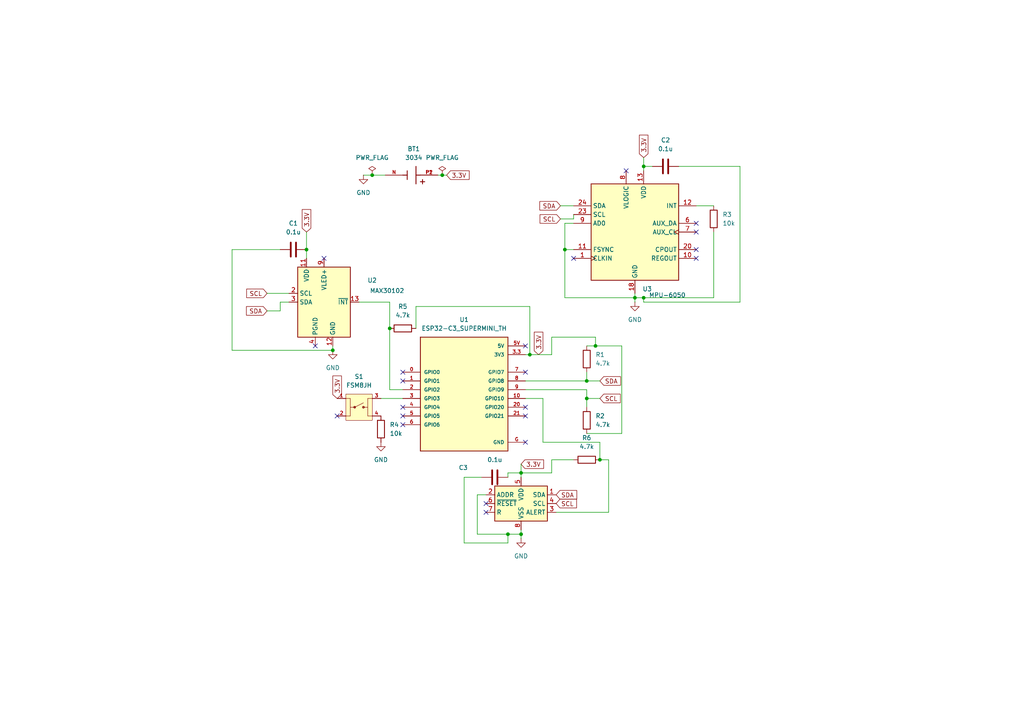
<source format=kicad_sch>
(kicad_sch
	(version 20231120)
	(generator "eeschema")
	(generator_version "8.0")
	(uuid "9ece5dd5-160b-4e8f-832a-d59a3341f7af")
	(paper "A4")
	(lib_symbols
		(symbol "3034_1"
			(pin_names
				(offset 1.016)
			)
			(exclude_from_sim no)
			(in_bom yes)
			(on_board yes)
			(property "Reference" "BT"
				(at -3.81 3.81 0)
				(effects
					(font
						(size 1.27 1.27)
					)
					(justify left bottom)
				)
			)
			(property "Value" "3034"
				(at -3.81 -5.08 0)
				(effects
					(font
						(size 1.27 1.27)
					)
					(justify left bottom)
				)
			)
			(property "Footprint" "3034:BAT_3034"
				(at 0 0 0)
				(effects
					(font
						(size 1.27 1.27)
					)
					(justify bottom)
					(hide yes)
				)
			)
			(property "Datasheet" ""
				(at 0 0 0)
				(effects
					(font
						(size 1.27 1.27)
					)
					(hide yes)
				)
			)
			(property "Description" ""
				(at 0 0 0)
				(effects
					(font
						(size 1.27 1.27)
					)
					(hide yes)
				)
			)
			(property "MF" "Keystone Electronics Corp."
				(at 0 0 0)
				(effects
					(font
						(size 1.27 1.27)
					)
					(justify bottom)
					(hide yes)
				)
			)
			(property "MAXIMUM_PACKAGE_HEIGHT" "4.31mm"
				(at 0 0 0)
				(effects
					(font
						(size 1.27 1.27)
					)
					(justify bottom)
					(hide yes)
				)
			)
			(property "Package" "None"
				(at 0 0 0)
				(effects
					(font
						(size 1.27 1.27)
					)
					(justify bottom)
					(hide yes)
				)
			)
			(property "Price" "None"
				(at 0 0 0)
				(effects
					(font
						(size 1.27 1.27)
					)
					(justify bottom)
					(hide yes)
				)
			)
			(property "Check_prices" "https://www.snapeda.com/parts/3034/Keystone/view-part/?ref=eda"
				(at 0 0 0)
				(effects
					(font
						(size 1.27 1.27)
					)
					(justify bottom)
					(hide yes)
				)
			)
			(property "STANDARD" "Manufacturer Recommendations"
				(at 0 0 0)
				(effects
					(font
						(size 1.27 1.27)
					)
					(justify bottom)
					(hide yes)
				)
			)
			(property "PARTREV" "E"
				(at 0 0 0)
				(effects
					(font
						(size 1.27 1.27)
					)
					(justify bottom)
					(hide yes)
				)
			)
			(property "SnapEDA_Link" "https://www.snapeda.com/parts/3034/Keystone/view-part/?ref=snap"
				(at 0 0 0)
				(effects
					(font
						(size 1.27 1.27)
					)
					(justify bottom)
					(hide yes)
				)
			)
			(property "MP" "3034"
				(at 0 0 0)
				(effects
					(font
						(size 1.27 1.27)
					)
					(justify bottom)
					(hide yes)
				)
			)
			(property "Description_1" "\n                        \n                            SMT Holder for 20mm Cell Nickel Plate | Keystone Electronics 3034\n                        \n"
				(at 0 0 0)
				(effects
					(font
						(size 1.27 1.27)
					)
					(justify bottom)
					(hide yes)
				)
			)
			(property "MANUFACTURER" "Keystone Electronics"
				(at 0 0 0)
				(effects
					(font
						(size 1.27 1.27)
					)
					(justify bottom)
					(hide yes)
				)
			)
			(property "Availability" "In Stock"
				(at 0 0 0)
				(effects
					(font
						(size 1.27 1.27)
					)
					(justify bottom)
					(hide yes)
				)
			)
			(property "SNAPEDA_PN" "3034"
				(at 0 0 0)
				(effects
					(font
						(size 1.27 1.27)
					)
					(justify bottom)
					(hide yes)
				)
			)
			(symbol "3034_1_0_0"
				(polyline
					(pts
						(xy -3.81 1.905) (xy -2.54 1.905)
					)
					(stroke
						(width 0.254)
						(type default)
					)
					(fill
						(type none)
					)
				)
				(polyline
					(pts
						(xy -3.175 2.54) (xy -3.175 1.27)
					)
					(stroke
						(width 0.254)
						(type default)
					)
					(fill
						(type none)
					)
				)
				(polyline
					(pts
						(xy -1.27 0) (xy -2.54 0)
					)
					(stroke
						(width 0.254)
						(type default)
					)
					(fill
						(type none)
					)
				)
				(polyline
					(pts
						(xy -1.27 0) (xy -1.27 -2.54)
					)
					(stroke
						(width 0.254)
						(type default)
					)
					(fill
						(type none)
					)
				)
				(polyline
					(pts
						(xy -1.27 2.54) (xy -1.27 0)
					)
					(stroke
						(width 0.254)
						(type default)
					)
					(fill
						(type none)
					)
				)
				(polyline
					(pts
						(xy 1.27 0) (xy 1.27 -1.27)
					)
					(stroke
						(width 0.254)
						(type default)
					)
					(fill
						(type none)
					)
				)
				(polyline
					(pts
						(xy 1.27 0) (xy 2.54 0)
					)
					(stroke
						(width 0.254)
						(type default)
					)
					(fill
						(type none)
					)
				)
				(polyline
					(pts
						(xy 1.27 1.27) (xy 1.27 0)
					)
					(stroke
						(width 0.254)
						(type default)
					)
					(fill
						(type none)
					)
				)
				(pin passive line
					(at 7.62 0 180)
					(length 5.08)
					(name "~"
						(effects
							(font
								(size 1.016 1.016)
							)
						)
					)
					(number "N"
						(effects
							(font
								(size 1.016 1.016)
							)
						)
					)
				)
				(pin passive line
					(at -7.62 0 0)
					(length 5.08)
					(name "~"
						(effects
							(font
								(size 1.016 1.016)
							)
						)
					)
					(number "P1"
						(effects
							(font
								(size 1.016 1.016)
							)
						)
					)
				)
				(pin passive line
					(at -7.62 0 0)
					(length 5.08)
					(name "~"
						(effects
							(font
								(size 1.016 1.016)
							)
						)
					)
					(number "P2"
						(effects
							(font
								(size 1.016 1.016)
							)
						)
					)
				)
			)
		)
		(symbol "4 pin tacticle switch:FSM8JH"
			(pin_names
				(offset 1.016)
			)
			(exclude_from_sim no)
			(in_bom yes)
			(on_board yes)
			(property "Reference" "S"
				(at -4.3222 4.068 0)
				(effects
					(font
						(size 1.27 1.27)
					)
					(justify left bottom)
				)
			)
			(property "Value" "FSM8JH"
				(at -4.0644 -5.3346 0)
				(effects
					(font
						(size 1.27 1.27)
					)
					(justify left bottom)
				)
			)
			(property "Footprint" "FSM8JH:SW_FSM8JH"
				(at 0 0 0)
				(effects
					(font
						(size 1.27 1.27)
					)
					(justify bottom)
					(hide yes)
				)
			)
			(property "Datasheet" ""
				(at 0 0 0)
				(effects
					(font
						(size 1.27 1.27)
					)
					(hide yes)
				)
			)
			(property "Description" ""
				(at 0 0 0)
				(effects
					(font
						(size 1.27 1.27)
					)
					(hide yes)
				)
			)
			(property "MF" "TE Connectivity"
				(at 0 0 0)
				(effects
					(font
						(size 1.27 1.27)
					)
					(justify bottom)
					(hide yes)
				)
			)
			(property "Description_1" "\n                        \n                            Switch,Pushbutton,Tactile,SPST,Thru Hole,Vertical,6MM,Black | TE Connectivity FSM8JH\n                        \n"
				(at 0 0 0)
				(effects
					(font
						(size 1.27 1.27)
					)
					(justify bottom)
					(hide yes)
				)
			)
			(property "Package" "None"
				(at 0 0 0)
				(effects
					(font
						(size 1.27 1.27)
					)
					(justify bottom)
					(hide yes)
				)
			)
			(property "Price" "None"
				(at 0 0 0)
				(effects
					(font
						(size 1.27 1.27)
					)
					(justify bottom)
					(hide yes)
				)
			)
			(property "Check_prices" "https://www.snapeda.com/parts/FSM8JH/TE+Connectivity+ALCOSWITCH+Switches/view-part/?ref=eda"
				(at 0 0 0)
				(effects
					(font
						(size 1.27 1.27)
					)
					(justify bottom)
					(hide yes)
				)
			)
			(property "STANDARD" "MANUFACTURER RECOMMENDATIONS"
				(at 0 0 0)
				(effects
					(font
						(size 1.27 1.27)
					)
					(justify bottom)
					(hide yes)
				)
			)
			(property "PARTREV" "C10"
				(at 0 0 0)
				(effects
					(font
						(size 1.27 1.27)
					)
					(justify bottom)
					(hide yes)
				)
			)
			(property "SnapEDA_Link" "https://www.snapeda.com/parts/FSM8JH/TE+Connectivity+ALCOSWITCH+Switches/view-part/?ref=snap"
				(at 0 0 0)
				(effects
					(font
						(size 1.27 1.27)
					)
					(justify bottom)
					(hide yes)
				)
			)
			(property "MP" "FSM8JH"
				(at 0 0 0)
				(effects
					(font
						(size 1.27 1.27)
					)
					(justify bottom)
					(hide yes)
				)
			)
			(property "Availability" "In Stock"
				(at 0 0 0)
				(effects
					(font
						(size 1.27 1.27)
					)
					(justify bottom)
					(hide yes)
				)
			)
			(property "MANUFACTURER" "TE CONNECTIVITY"
				(at 0 0 0)
				(effects
					(font
						(size 1.27 1.27)
					)
					(justify bottom)
					(hide yes)
				)
			)
			(symbol "FSM8JH_0_0"
				(rectangle
					(start -3.81 -3.81)
					(end 3.81 3.81)
					(stroke
						(width 0.127)
						(type default)
					)
					(fill
						(type background)
					)
				)
				(circle
					(center -1.27 0)
					(radius 0.254)
					(stroke
						(width 0.2159)
						(type default)
					)
					(fill
						(type none)
					)
				)
				(polyline
					(pts
						(xy -3.81 2.54) (xy -2.54 2.54)
					)
					(stroke
						(width 0.127)
						(type default)
					)
					(fill
						(type none)
					)
				)
				(polyline
					(pts
						(xy -2.54 -2.54) (xy -3.81 -2.54)
					)
					(stroke
						(width 0.127)
						(type default)
					)
					(fill
						(type none)
					)
				)
				(polyline
					(pts
						(xy -2.54 0) (xy -1.27 0)
					)
					(stroke
						(width 0.127)
						(type default)
					)
					(fill
						(type none)
					)
				)
				(polyline
					(pts
						(xy -2.54 2.54) (xy -2.54 -2.54)
					)
					(stroke
						(width 0.127)
						(type default)
					)
					(fill
						(type none)
					)
				)
				(polyline
					(pts
						(xy -1.27 0) (xy 1.27 1.27)
					)
					(stroke
						(width 0.127)
						(type default)
					)
					(fill
						(type none)
					)
				)
				(polyline
					(pts
						(xy 1.27 0) (xy 2.54 0)
					)
					(stroke
						(width 0.127)
						(type default)
					)
					(fill
						(type none)
					)
				)
				(polyline
					(pts
						(xy 2.54 -2.54) (xy 3.81 -2.54)
					)
					(stroke
						(width 0.127)
						(type default)
					)
					(fill
						(type none)
					)
				)
				(polyline
					(pts
						(xy 2.54 2.54) (xy 2.54 -2.54)
					)
					(stroke
						(width 0.127)
						(type default)
					)
					(fill
						(type none)
					)
				)
				(polyline
					(pts
						(xy 3.81 2.54) (xy 2.54 2.54)
					)
					(stroke
						(width 0.127)
						(type default)
					)
					(fill
						(type none)
					)
				)
				(circle
					(center 1.27 0)
					(radius 0.254)
					(stroke
						(width 0.2159)
						(type default)
					)
					(fill
						(type none)
					)
				)
				(pin passive line
					(at -6.35 2.54 0)
					(length 2.54)
					(name "~"
						(effects
							(font
								(size 1.016 1.016)
							)
						)
					)
					(number "1"
						(effects
							(font
								(size 1.016 1.016)
							)
						)
					)
				)
				(pin passive line
					(at -6.35 -2.54 0)
					(length 2.54)
					(name "~"
						(effects
							(font
								(size 1.016 1.016)
							)
						)
					)
					(number "2"
						(effects
							(font
								(size 1.016 1.016)
							)
						)
					)
				)
				(pin passive line
					(at 6.35 2.54 180)
					(length 2.54)
					(name "~"
						(effects
							(font
								(size 1.016 1.016)
							)
						)
					)
					(number "3"
						(effects
							(font
								(size 1.016 1.016)
							)
						)
					)
				)
				(pin passive line
					(at 6.35 -2.54 180)
					(length 2.54)
					(name "~"
						(effects
							(font
								(size 1.016 1.016)
							)
						)
					)
					(number "4"
						(effects
							(font
								(size 1.016 1.016)
							)
						)
					)
				)
			)
		)
		(symbol "Device:C"
			(pin_numbers hide)
			(pin_names
				(offset 0.254)
			)
			(exclude_from_sim no)
			(in_bom yes)
			(on_board yes)
			(property "Reference" "C"
				(at 0.635 2.54 0)
				(effects
					(font
						(size 1.27 1.27)
					)
					(justify left)
				)
			)
			(property "Value" "C"
				(at 0.635 -2.54 0)
				(effects
					(font
						(size 1.27 1.27)
					)
					(justify left)
				)
			)
			(property "Footprint" ""
				(at 0.9652 -3.81 0)
				(effects
					(font
						(size 1.27 1.27)
					)
					(hide yes)
				)
			)
			(property "Datasheet" "~"
				(at 0 0 0)
				(effects
					(font
						(size 1.27 1.27)
					)
					(hide yes)
				)
			)
			(property "Description" "Unpolarized capacitor"
				(at 0 0 0)
				(effects
					(font
						(size 1.27 1.27)
					)
					(hide yes)
				)
			)
			(property "ki_keywords" "cap capacitor"
				(at 0 0 0)
				(effects
					(font
						(size 1.27 1.27)
					)
					(hide yes)
				)
			)
			(property "ki_fp_filters" "C_*"
				(at 0 0 0)
				(effects
					(font
						(size 1.27 1.27)
					)
					(hide yes)
				)
			)
			(symbol "C_0_1"
				(polyline
					(pts
						(xy -2.032 -0.762) (xy 2.032 -0.762)
					)
					(stroke
						(width 0.508)
						(type default)
					)
					(fill
						(type none)
					)
				)
				(polyline
					(pts
						(xy -2.032 0.762) (xy 2.032 0.762)
					)
					(stroke
						(width 0.508)
						(type default)
					)
					(fill
						(type none)
					)
				)
			)
			(symbol "C_1_1"
				(pin passive line
					(at 0 3.81 270)
					(length 2.794)
					(name "~"
						(effects
							(font
								(size 1.27 1.27)
							)
						)
					)
					(number "1"
						(effects
							(font
								(size 1.27 1.27)
							)
						)
					)
				)
				(pin passive line
					(at 0 -3.81 90)
					(length 2.794)
					(name "~"
						(effects
							(font
								(size 1.27 1.27)
							)
						)
					)
					(number "2"
						(effects
							(font
								(size 1.27 1.27)
							)
						)
					)
				)
			)
		)
		(symbol "Device:R"
			(pin_numbers hide)
			(pin_names
				(offset 0)
			)
			(exclude_from_sim no)
			(in_bom yes)
			(on_board yes)
			(property "Reference" "R"
				(at 2.032 0 90)
				(effects
					(font
						(size 1.27 1.27)
					)
				)
			)
			(property "Value" "R"
				(at 0 0 90)
				(effects
					(font
						(size 1.27 1.27)
					)
				)
			)
			(property "Footprint" ""
				(at -1.778 0 90)
				(effects
					(font
						(size 1.27 1.27)
					)
					(hide yes)
				)
			)
			(property "Datasheet" "~"
				(at 0 0 0)
				(effects
					(font
						(size 1.27 1.27)
					)
					(hide yes)
				)
			)
			(property "Description" "Resistor"
				(at 0 0 0)
				(effects
					(font
						(size 1.27 1.27)
					)
					(hide yes)
				)
			)
			(property "ki_keywords" "R res resistor"
				(at 0 0 0)
				(effects
					(font
						(size 1.27 1.27)
					)
					(hide yes)
				)
			)
			(property "ki_fp_filters" "R_*"
				(at 0 0 0)
				(effects
					(font
						(size 1.27 1.27)
					)
					(hide yes)
				)
			)
			(symbol "R_0_1"
				(rectangle
					(start -1.016 -2.54)
					(end 1.016 2.54)
					(stroke
						(width 0.254)
						(type default)
					)
					(fill
						(type none)
					)
				)
			)
			(symbol "R_1_1"
				(pin passive line
					(at 0 3.81 270)
					(length 1.27)
					(name "~"
						(effects
							(font
								(size 1.27 1.27)
							)
						)
					)
					(number "1"
						(effects
							(font
								(size 1.27 1.27)
							)
						)
					)
				)
				(pin passive line
					(at 0 -3.81 90)
					(length 1.27)
					(name "~"
						(effects
							(font
								(size 1.27 1.27)
							)
						)
					)
					(number "2"
						(effects
							(font
								(size 1.27 1.27)
							)
						)
					)
				)
			)
		)
		(symbol "ESP32-C3MINI:ESP32-C3_SUPERMINI_TH"
			(pin_names
				(offset 1.016)
			)
			(exclude_from_sim no)
			(in_bom yes)
			(on_board yes)
			(property "Reference" "U"
				(at -12.7 16.002 0)
				(effects
					(font
						(size 1.27 1.27)
					)
					(justify left bottom)
				)
			)
			(property "Value" "ESP32-C3_SUPERMINI_TH"
				(at -12.7 -20.32 0)
				(effects
					(font
						(size 1.27 1.27)
					)
					(justify left bottom)
				)
			)
			(property "Footprint" "ESP32-C3_SUPERMINI_TH:MODULE_ESP32-C3_SUPERMINI"
				(at 0 0 0)
				(effects
					(font
						(size 1.27 1.27)
					)
					(justify bottom)
					(hide yes)
				)
			)
			(property "Datasheet" ""
				(at 0 0 0)
				(effects
					(font
						(size 1.27 1.27)
					)
					(hide yes)
				)
			)
			(property "Description" ""
				(at 0 0 0)
				(effects
					(font
						(size 1.27 1.27)
					)
					(hide yes)
				)
			)
			(property "MF" "Espressif Systems"
				(at 0 0 0)
				(effects
					(font
						(size 1.27 1.27)
					)
					(justify bottom)
					(hide yes)
				)
			)
			(property "MAXIMUM_PACKAGE_HEIGHT" "4.2mm"
				(at 0 0 0)
				(effects
					(font
						(size 1.27 1.27)
					)
					(justify bottom)
					(hide yes)
				)
			)
			(property "Package" "Package"
				(at 0 0 0)
				(effects
					(font
						(size 1.27 1.27)
					)
					(justify bottom)
					(hide yes)
				)
			)
			(property "Price" "None"
				(at 0 0 0)
				(effects
					(font
						(size 1.27 1.27)
					)
					(justify bottom)
					(hide yes)
				)
			)
			(property "Check_prices" "https://www.snapeda.com/parts/ESP32-C3%20SuperMini_TH/Espressif+Systems/view-part/?ref=eda"
				(at 0 0 0)
				(effects
					(font
						(size 1.27 1.27)
					)
					(justify bottom)
					(hide yes)
				)
			)
			(property "STANDARD" "Manufacturer Recommendations"
				(at 0 0 0)
				(effects
					(font
						(size 1.27 1.27)
					)
					(justify bottom)
					(hide yes)
				)
			)
			(property "PARTREV" ""
				(at 0 0 0)
				(effects
					(font
						(size 1.27 1.27)
					)
					(justify bottom)
					(hide yes)
				)
			)
			(property "SnapEDA_Link" "https://www.snapeda.com/parts/ESP32-C3%20SuperMini_TH/Espressif+Systems/view-part/?ref=snap"
				(at 4.318 -25.908 0)
				(effects
					(font
						(size 1.27 1.27)
					)
					(justify bottom)
					(hide yes)
				)
			)
			(property "MP" "ESP32-C3 SuperMini_TH"
				(at 0 0 0)
				(effects
					(font
						(size 1.27 1.27)
					)
					(justify bottom)
					(hide yes)
				)
			)
			(property "Description_1" "\n                        \n                            Super tiny ESP32-C3 board\n                        \n"
				(at 0 0 0)
				(effects
					(font
						(size 1.27 1.27)
					)
					(justify bottom)
					(hide yes)
				)
			)
			(property "Availability" "Not in stock"
				(at 0 0 0)
				(effects
					(font
						(size 1.27 1.27)
					)
					(justify bottom)
					(hide yes)
				)
			)
			(property "MANUFACTURER" "Espressif"
				(at 0 0 0)
				(effects
					(font
						(size 1.27 1.27)
					)
					(justify bottom)
					(hide yes)
				)
			)
			(symbol "ESP32-C3_SUPERMINI_TH_0_0"
				(rectangle
					(start -12.7 -17.78)
					(end 12.7 15.24)
					(stroke
						(width 0.254)
						(type default)
					)
					(fill
						(type background)
					)
				)
				(pin bidirectional line
					(at -17.78 5.08 0)
					(length 5.08)
					(name "GPIO0"
						(effects
							(font
								(size 1.016 1.016)
							)
						)
					)
					(number "0"
						(effects
							(font
								(size 1.016 1.016)
							)
						)
					)
				)
				(pin bidirectional line
					(at -17.78 2.54 0)
					(length 5.08)
					(name "GPIO1"
						(effects
							(font
								(size 1.016 1.016)
							)
						)
					)
					(number "1"
						(effects
							(font
								(size 1.016 1.016)
							)
						)
					)
				)
				(pin bidirectional line
					(at 17.78 -2.54 180)
					(length 5.08)
					(name "GPIO10"
						(effects
							(font
								(size 1.016 1.016)
							)
						)
					)
					(number "10"
						(effects
							(font
								(size 1.016 1.016)
							)
						)
					)
				)
				(pin bidirectional line
					(at -17.78 0 0)
					(length 5.08)
					(name "GPIO2"
						(effects
							(font
								(size 1.016 1.016)
							)
						)
					)
					(number "2"
						(effects
							(font
								(size 1.016 1.016)
							)
						)
					)
				)
				(pin bidirectional line
					(at 17.78 -5.08 180)
					(length 5.08)
					(name "GPIO20"
						(effects
							(font
								(size 1.016 1.016)
							)
						)
					)
					(number "20"
						(effects
							(font
								(size 1.016 1.016)
							)
						)
					)
				)
				(pin bidirectional line
					(at 17.78 -7.62 180)
					(length 5.08)
					(name "GPIO21"
						(effects
							(font
								(size 1.016 1.016)
							)
						)
					)
					(number "21"
						(effects
							(font
								(size 1.016 1.016)
							)
						)
					)
				)
				(pin bidirectional line
					(at -17.78 -2.54 0)
					(length 5.08)
					(name "GPIO3"
						(effects
							(font
								(size 1.016 1.016)
							)
						)
					)
					(number "3"
						(effects
							(font
								(size 1.016 1.016)
							)
						)
					)
				)
				(pin power_in line
					(at 17.78 10.16 180)
					(length 5.08)
					(name "3V3"
						(effects
							(font
								(size 1.016 1.016)
							)
						)
					)
					(number "3.3"
						(effects
							(font
								(size 1.016 1.016)
							)
						)
					)
				)
				(pin bidirectional line
					(at -17.78 -5.08 0)
					(length 5.08)
					(name "GPIO4"
						(effects
							(font
								(size 1.016 1.016)
							)
						)
					)
					(number "4"
						(effects
							(font
								(size 1.016 1.016)
							)
						)
					)
				)
				(pin bidirectional line
					(at -17.78 -7.62 0)
					(length 5.08)
					(name "GPIO5"
						(effects
							(font
								(size 1.016 1.016)
							)
						)
					)
					(number "5"
						(effects
							(font
								(size 1.016 1.016)
							)
						)
					)
				)
				(pin power_in line
					(at 17.78 12.7 180)
					(length 5.08)
					(name "5V"
						(effects
							(font
								(size 1.016 1.016)
							)
						)
					)
					(number "5V"
						(effects
							(font
								(size 1.016 1.016)
							)
						)
					)
				)
				(pin bidirectional line
					(at -17.78 -10.16 0)
					(length 5.08)
					(name "GPIO6"
						(effects
							(font
								(size 1.016 1.016)
							)
						)
					)
					(number "6"
						(effects
							(font
								(size 1.016 1.016)
							)
						)
					)
				)
				(pin bidirectional line
					(at 17.78 5.08 180)
					(length 5.08)
					(name "GPIO7"
						(effects
							(font
								(size 1.016 1.016)
							)
						)
					)
					(number "7"
						(effects
							(font
								(size 1.016 1.016)
							)
						)
					)
				)
				(pin bidirectional line
					(at 17.78 2.54 180)
					(length 5.08)
					(name "GPIO8"
						(effects
							(font
								(size 1.016 1.016)
							)
						)
					)
					(number "8"
						(effects
							(font
								(size 1.016 1.016)
							)
						)
					)
				)
				(pin bidirectional line
					(at 17.78 0 180)
					(length 5.08)
					(name "GPIO9"
						(effects
							(font
								(size 1.016 1.016)
							)
						)
					)
					(number "9"
						(effects
							(font
								(size 1.016 1.016)
							)
						)
					)
				)
				(pin power_in line
					(at 17.78 -15.24 180)
					(length 5.08)
					(name "GND"
						(effects
							(font
								(size 1.016 1.016)
							)
						)
					)
					(number "G"
						(effects
							(font
								(size 1.016 1.016)
							)
						)
					)
				)
			)
		)
		(symbol "Sensor:MAX30102"
			(exclude_from_sim no)
			(in_bom yes)
			(on_board yes)
			(property "Reference" "U"
				(at 7.62 15.24 0)
				(effects
					(font
						(size 1.27 1.27)
					)
				)
			)
			(property "Value" "MAX30102"
				(at 7.62 12.7 0)
				(effects
					(font
						(size 1.27 1.27)
					)
				)
			)
			(property "Footprint" "OptoDevice:Maxim_OLGA-14_3.3x5.6mm_P0.8mm"
				(at 0 -2.54 0)
				(effects
					(font
						(size 1.27 1.27)
					)
					(hide yes)
				)
			)
			(property "Datasheet" "https://datasheets.maximintegrated.com/en/ds/MAX30102.pdf"
				(at 0 0 0)
				(effects
					(font
						(size 1.27 1.27)
					)
					(hide yes)
				)
			)
			(property "Description" "Heart Rate Sensor, 14-OLGA"
				(at 0 0 0)
				(effects
					(font
						(size 1.27 1.27)
					)
					(hide yes)
				)
			)
			(property "ki_keywords" "Heart Rate"
				(at 0 0 0)
				(effects
					(font
						(size 1.27 1.27)
					)
					(hide yes)
				)
			)
			(property "ki_fp_filters" "Maxim*OLGA*3.3x5.6mm*P0.8mm*"
				(at 0 0 0)
				(effects
					(font
						(size 1.27 1.27)
					)
					(hide yes)
				)
			)
			(symbol "MAX30102_0_1"
				(rectangle
					(start -7.62 10.16)
					(end 7.62 -10.16)
					(stroke
						(width 0.254)
						(type default)
					)
					(fill
						(type background)
					)
				)
			)
			(symbol "MAX30102_1_1"
				(pin no_connect line
					(at -7.62 5.08 0)
					(length 2.54) hide
					(name "NC"
						(effects
							(font
								(size 1.27 1.27)
							)
						)
					)
					(number "1"
						(effects
							(font
								(size 1.27 1.27)
							)
						)
					)
				)
				(pin passive line
					(at 0 12.7 270)
					(length 2.54) hide
					(name "VLED+"
						(effects
							(font
								(size 1.27 1.27)
							)
						)
					)
					(number "10"
						(effects
							(font
								(size 1.27 1.27)
							)
						)
					)
				)
				(pin power_in line
					(at -5.08 12.7 270)
					(length 2.54)
					(name "VDD"
						(effects
							(font
								(size 1.27 1.27)
							)
						)
					)
					(number "11"
						(effects
							(font
								(size 1.27 1.27)
							)
						)
					)
				)
				(pin power_in line
					(at 2.54 -12.7 90)
					(length 2.54)
					(name "GND"
						(effects
							(font
								(size 1.27 1.27)
							)
						)
					)
					(number "12"
						(effects
							(font
								(size 1.27 1.27)
							)
						)
					)
				)
				(pin output line
					(at 10.16 0 180)
					(length 2.54)
					(name "~{INT}"
						(effects
							(font
								(size 1.27 1.27)
							)
						)
					)
					(number "13"
						(effects
							(font
								(size 1.27 1.27)
							)
						)
					)
				)
				(pin no_connect line
					(at 7.62 2.54 180)
					(length 2.54) hide
					(name "NC"
						(effects
							(font
								(size 1.27 1.27)
							)
						)
					)
					(number "14"
						(effects
							(font
								(size 1.27 1.27)
							)
						)
					)
				)
				(pin input line
					(at -10.16 2.54 0)
					(length 2.54)
					(name "SCL"
						(effects
							(font
								(size 1.27 1.27)
							)
						)
					)
					(number "2"
						(effects
							(font
								(size 1.27 1.27)
							)
						)
					)
				)
				(pin bidirectional line
					(at -10.16 0 0)
					(length 2.54)
					(name "SDA"
						(effects
							(font
								(size 1.27 1.27)
							)
						)
					)
					(number "3"
						(effects
							(font
								(size 1.27 1.27)
							)
						)
					)
				)
				(pin power_in line
					(at -2.54 -12.7 90)
					(length 2.54)
					(name "PGND"
						(effects
							(font
								(size 1.27 1.27)
							)
						)
					)
					(number "4"
						(effects
							(font
								(size 1.27 1.27)
							)
						)
					)
				)
				(pin no_connect line
					(at 7.62 -7.62 180)
					(length 2.54) hide
					(name "NC"
						(effects
							(font
								(size 1.27 1.27)
							)
						)
					)
					(number "5"
						(effects
							(font
								(size 1.27 1.27)
							)
						)
					)
				)
				(pin no_connect line
					(at 7.62 -5.08 180)
					(length 2.54) hide
					(name "NC"
						(effects
							(font
								(size 1.27 1.27)
							)
						)
					)
					(number "6"
						(effects
							(font
								(size 1.27 1.27)
							)
						)
					)
				)
				(pin no_connect line
					(at -7.62 -2.54 0)
					(length 2.54) hide
					(name "NC"
						(effects
							(font
								(size 1.27 1.27)
							)
						)
					)
					(number "7"
						(effects
							(font
								(size 1.27 1.27)
							)
						)
					)
				)
				(pin no_connect line
					(at 7.62 5.08 180)
					(length 2.54) hide
					(name "NC"
						(effects
							(font
								(size 1.27 1.27)
							)
						)
					)
					(number "8"
						(effects
							(font
								(size 1.27 1.27)
							)
						)
					)
				)
				(pin power_in line
					(at 0 12.7 270)
					(length 2.54)
					(name "VLED+"
						(effects
							(font
								(size 1.27 1.27)
							)
						)
					)
					(number "9"
						(effects
							(font
								(size 1.27 1.27)
							)
						)
					)
				)
			)
		)
		(symbol "Sensor_Humidity:SHT30-DIS"
			(exclude_from_sim no)
			(in_bom yes)
			(on_board yes)
			(property "Reference" "U"
				(at -6.35 6.35 0)
				(effects
					(font
						(size 1.27 1.27)
					)
				)
			)
			(property "Value" "SHT30-DIS"
				(at 6.35 6.35 0)
				(effects
					(font
						(size 1.27 1.27)
					)
				)
			)
			(property "Footprint" "Sensor_Humidity:Sensirion_DFN-8-1EP_2.5x2.5mm_P0.5mm_EP1.1x1.7mm"
				(at 0 1.27 0)
				(effects
					(font
						(size 1.27 1.27)
					)
					(hide yes)
				)
			)
			(property "Datasheet" "https://www.sensirion.com/fileadmin/user_upload/customers/sensirion/Dokumente/2_Humidity_Sensors/Datasheets/Sensirion_Humidity_Sensors_SHT3x_Datasheet_digital.pdf"
				(at 0 1.27 0)
				(effects
					(font
						(size 1.27 1.27)
					)
					(hide yes)
				)
			)
			(property "Description" "I²C humidity and temperature sensor, ±2%RH, ±0.2°C, DFN-8"
				(at 0 0 0)
				(effects
					(font
						(size 1.27 1.27)
					)
					(hide yes)
				)
			)
			(property "ki_keywords" "digital temperature humidity i2c"
				(at 0 0 0)
				(effects
					(font
						(size 1.27 1.27)
					)
					(hide yes)
				)
			)
			(property "ki_fp_filters" "Sensirion*DFN*1EP*2.5x2.5mm*P0.5mm*"
				(at 0 0 0)
				(effects
					(font
						(size 1.27 1.27)
					)
					(hide yes)
				)
			)
			(symbol "SHT30-DIS_0_1"
				(rectangle
					(start -7.62 5.08)
					(end 7.62 -5.08)
					(stroke
						(width 0.254)
						(type default)
					)
					(fill
						(type background)
					)
				)
			)
			(symbol "SHT30-DIS_1_1"
				(pin bidirectional line
					(at 10.16 2.54 180)
					(length 2.54)
					(name "SDA"
						(effects
							(font
								(size 1.27 1.27)
							)
						)
					)
					(number "1"
						(effects
							(font
								(size 1.27 1.27)
							)
						)
					)
				)
				(pin input line
					(at -10.16 2.54 0)
					(length 2.54)
					(name "ADDR"
						(effects
							(font
								(size 1.27 1.27)
							)
						)
					)
					(number "2"
						(effects
							(font
								(size 1.27 1.27)
							)
						)
					)
				)
				(pin output line
					(at 10.16 -2.54 180)
					(length 2.54)
					(name "ALERT"
						(effects
							(font
								(size 1.27 1.27)
							)
						)
					)
					(number "3"
						(effects
							(font
								(size 1.27 1.27)
							)
						)
					)
				)
				(pin input line
					(at 10.16 0 180)
					(length 2.54)
					(name "SCL"
						(effects
							(font
								(size 1.27 1.27)
							)
						)
					)
					(number "4"
						(effects
							(font
								(size 1.27 1.27)
							)
						)
					)
				)
				(pin power_in line
					(at 0 7.62 270)
					(length 2.54)
					(name "VDD"
						(effects
							(font
								(size 1.27 1.27)
							)
						)
					)
					(number "5"
						(effects
							(font
								(size 1.27 1.27)
							)
						)
					)
				)
				(pin input line
					(at -10.16 0 0)
					(length 2.54)
					(name "~{RESET}"
						(effects
							(font
								(size 1.27 1.27)
							)
						)
					)
					(number "6"
						(effects
							(font
								(size 1.27 1.27)
							)
						)
					)
				)
				(pin passive line
					(at -10.16 -2.54 0)
					(length 2.54)
					(name "R"
						(effects
							(font
								(size 1.27 1.27)
							)
						)
					)
					(number "7"
						(effects
							(font
								(size 1.27 1.27)
							)
						)
					)
				)
				(pin power_in line
					(at 0 -7.62 90)
					(length 2.54)
					(name "VSS"
						(effects
							(font
								(size 1.27 1.27)
							)
						)
					)
					(number "8"
						(effects
							(font
								(size 1.27 1.27)
							)
						)
					)
				)
				(pin passive line
					(at 0 -7.62 90)
					(length 2.54) hide
					(name "VSS"
						(effects
							(font
								(size 1.27 1.27)
							)
						)
					)
					(number "9"
						(effects
							(font
								(size 1.27 1.27)
							)
						)
					)
				)
			)
		)
		(symbol "Sensor_Motion:MPU-6050"
			(exclude_from_sim no)
			(in_bom yes)
			(on_board yes)
			(property "Reference" "U"
				(at -11.43 13.97 0)
				(effects
					(font
						(size 1.27 1.27)
					)
				)
			)
			(property "Value" "MPU-6050"
				(at 7.62 -15.24 0)
				(effects
					(font
						(size 1.27 1.27)
					)
				)
			)
			(property "Footprint" "Sensor_Motion:InvenSense_QFN-24_4x4mm_P0.5mm"
				(at 0 -20.32 0)
				(effects
					(font
						(size 1.27 1.27)
					)
					(hide yes)
				)
			)
			(property "Datasheet" "https://invensense.tdk.com/wp-content/uploads/2015/02/MPU-6000-Datasheet1.pdf"
				(at 0 -3.81 0)
				(effects
					(font
						(size 1.27 1.27)
					)
					(hide yes)
				)
			)
			(property "Description" "InvenSense 6-Axis Motion Sensor, Gyroscope, Accelerometer, I2C"
				(at 0 0 0)
				(effects
					(font
						(size 1.27 1.27)
					)
					(hide yes)
				)
			)
			(property "ki_keywords" "mems"
				(at 0 0 0)
				(effects
					(font
						(size 1.27 1.27)
					)
					(hide yes)
				)
			)
			(property "ki_fp_filters" "*QFN*4x4mm*P0.5mm*"
				(at 0 0 0)
				(effects
					(font
						(size 1.27 1.27)
					)
					(hide yes)
				)
			)
			(symbol "MPU-6050_0_0"
				(text ""
					(at 12.7 -2.54 0)
					(effects
						(font
							(size 1.27 1.27)
						)
					)
				)
			)
			(symbol "MPU-6050_0_1"
				(rectangle
					(start -12.7 13.97)
					(end 12.7 -13.97)
					(stroke
						(width 0.254)
						(type default)
					)
					(fill
						(type background)
					)
				)
			)
			(symbol "MPU-6050_1_1"
				(pin input clock
					(at -17.78 -7.62 0)
					(length 5.08)
					(name "CLKIN"
						(effects
							(font
								(size 1.27 1.27)
							)
						)
					)
					(number "1"
						(effects
							(font
								(size 1.27 1.27)
							)
						)
					)
				)
				(pin passive line
					(at 17.78 -7.62 180)
					(length 5.08)
					(name "REGOUT"
						(effects
							(font
								(size 1.27 1.27)
							)
						)
					)
					(number "10"
						(effects
							(font
								(size 1.27 1.27)
							)
						)
					)
				)
				(pin input line
					(at -17.78 -5.08 0)
					(length 5.08)
					(name "FSYNC"
						(effects
							(font
								(size 1.27 1.27)
							)
						)
					)
					(number "11"
						(effects
							(font
								(size 1.27 1.27)
							)
						)
					)
				)
				(pin output line
					(at 17.78 7.62 180)
					(length 5.08)
					(name "INT"
						(effects
							(font
								(size 1.27 1.27)
							)
						)
					)
					(number "12"
						(effects
							(font
								(size 1.27 1.27)
							)
						)
					)
				)
				(pin power_in line
					(at 2.54 17.78 270)
					(length 3.81)
					(name "VDD"
						(effects
							(font
								(size 1.27 1.27)
							)
						)
					)
					(number "13"
						(effects
							(font
								(size 1.27 1.27)
							)
						)
					)
				)
				(pin no_connect line
					(at -12.7 -10.16 0)
					(length 2.54) hide
					(name "NC"
						(effects
							(font
								(size 1.27 1.27)
							)
						)
					)
					(number "14"
						(effects
							(font
								(size 1.27 1.27)
							)
						)
					)
				)
				(pin no_connect line
					(at 12.7 12.7 180)
					(length 2.54) hide
					(name "NC"
						(effects
							(font
								(size 1.27 1.27)
							)
						)
					)
					(number "15"
						(effects
							(font
								(size 1.27 1.27)
							)
						)
					)
				)
				(pin no_connect line
					(at 12.7 10.16 180)
					(length 2.54) hide
					(name "NC"
						(effects
							(font
								(size 1.27 1.27)
							)
						)
					)
					(number "16"
						(effects
							(font
								(size 1.27 1.27)
							)
						)
					)
				)
				(pin no_connect line
					(at 12.7 5.08 180)
					(length 2.54) hide
					(name "NC"
						(effects
							(font
								(size 1.27 1.27)
							)
						)
					)
					(number "17"
						(effects
							(font
								(size 1.27 1.27)
							)
						)
					)
				)
				(pin power_in line
					(at 0 -17.78 90)
					(length 3.81)
					(name "GND"
						(effects
							(font
								(size 1.27 1.27)
							)
						)
					)
					(number "18"
						(effects
							(font
								(size 1.27 1.27)
							)
						)
					)
				)
				(pin no_connect line
					(at 12.7 -10.16 180)
					(length 2.54) hide
					(name "RESV"
						(effects
							(font
								(size 1.27 1.27)
							)
						)
					)
					(number "19"
						(effects
							(font
								(size 1.27 1.27)
							)
						)
					)
				)
				(pin no_connect line
					(at -12.7 12.7 0)
					(length 2.54) hide
					(name "NC"
						(effects
							(font
								(size 1.27 1.27)
							)
						)
					)
					(number "2"
						(effects
							(font
								(size 1.27 1.27)
							)
						)
					)
				)
				(pin passive line
					(at 17.78 -5.08 180)
					(length 5.08)
					(name "CPOUT"
						(effects
							(font
								(size 1.27 1.27)
							)
						)
					)
					(number "20"
						(effects
							(font
								(size 1.27 1.27)
							)
						)
					)
				)
				(pin no_connect line
					(at 12.7 -2.54 180)
					(length 2.54) hide
					(name "RESV"
						(effects
							(font
								(size 1.27 1.27)
							)
						)
					)
					(number "21"
						(effects
							(font
								(size 1.27 1.27)
							)
						)
					)
				)
				(pin no_connect line
					(at 12.7 -12.7 180)
					(length 2.54) hide
					(name "RESV"
						(effects
							(font
								(size 1.27 1.27)
							)
						)
					)
					(number "22"
						(effects
							(font
								(size 1.27 1.27)
							)
						)
					)
				)
				(pin input line
					(at -17.78 5.08 0)
					(length 5.08)
					(name "SCL"
						(effects
							(font
								(size 1.27 1.27)
							)
						)
					)
					(number "23"
						(effects
							(font
								(size 1.27 1.27)
							)
						)
					)
				)
				(pin bidirectional line
					(at -17.78 7.62 0)
					(length 5.08)
					(name "SDA"
						(effects
							(font
								(size 1.27 1.27)
							)
						)
					)
					(number "24"
						(effects
							(font
								(size 1.27 1.27)
							)
						)
					)
				)
				(pin no_connect line
					(at -12.7 10.16 0)
					(length 2.54) hide
					(name "NC"
						(effects
							(font
								(size 1.27 1.27)
							)
						)
					)
					(number "3"
						(effects
							(font
								(size 1.27 1.27)
							)
						)
					)
				)
				(pin no_connect line
					(at -12.7 0 0)
					(length 2.54) hide
					(name "NC"
						(effects
							(font
								(size 1.27 1.27)
							)
						)
					)
					(number "4"
						(effects
							(font
								(size 1.27 1.27)
							)
						)
					)
				)
				(pin no_connect line
					(at -12.7 -2.54 0)
					(length 2.54) hide
					(name "NC"
						(effects
							(font
								(size 1.27 1.27)
							)
						)
					)
					(number "5"
						(effects
							(font
								(size 1.27 1.27)
							)
						)
					)
				)
				(pin bidirectional line
					(at 17.78 2.54 180)
					(length 5.08)
					(name "AUX_DA"
						(effects
							(font
								(size 1.27 1.27)
							)
						)
					)
					(number "6"
						(effects
							(font
								(size 1.27 1.27)
							)
						)
					)
				)
				(pin output clock
					(at 17.78 0 180)
					(length 5.08)
					(name "AUX_CL"
						(effects
							(font
								(size 1.27 1.27)
							)
						)
					)
					(number "7"
						(effects
							(font
								(size 1.27 1.27)
							)
						)
					)
				)
				(pin power_in line
					(at -2.54 17.78 270)
					(length 3.81)
					(name "VLOGIC"
						(effects
							(font
								(size 1.27 1.27)
							)
						)
					)
					(number "8"
						(effects
							(font
								(size 1.27 1.27)
							)
						)
					)
				)
				(pin input line
					(at -17.78 2.54 0)
					(length 5.08)
					(name "AD0"
						(effects
							(font
								(size 1.27 1.27)
							)
						)
					)
					(number "9"
						(effects
							(font
								(size 1.27 1.27)
							)
						)
					)
				)
			)
		)
		(symbol "power:GND"
			(power)
			(pin_numbers hide)
			(pin_names
				(offset 0) hide)
			(exclude_from_sim no)
			(in_bom yes)
			(on_board yes)
			(property "Reference" "#PWR"
				(at 0 -6.35 0)
				(effects
					(font
						(size 1.27 1.27)
					)
					(hide yes)
				)
			)
			(property "Value" "GND"
				(at 0 -3.81 0)
				(effects
					(font
						(size 1.27 1.27)
					)
				)
			)
			(property "Footprint" ""
				(at 0 0 0)
				(effects
					(font
						(size 1.27 1.27)
					)
					(hide yes)
				)
			)
			(property "Datasheet" ""
				(at 0 0 0)
				(effects
					(font
						(size 1.27 1.27)
					)
					(hide yes)
				)
			)
			(property "Description" "Power symbol creates a global label with name \"GND\" , ground"
				(at 0 0 0)
				(effects
					(font
						(size 1.27 1.27)
					)
					(hide yes)
				)
			)
			(property "ki_keywords" "global power"
				(at 0 0 0)
				(effects
					(font
						(size 1.27 1.27)
					)
					(hide yes)
				)
			)
			(symbol "GND_0_1"
				(polyline
					(pts
						(xy 0 0) (xy 0 -1.27) (xy 1.27 -1.27) (xy 0 -2.54) (xy -1.27 -1.27) (xy 0 -1.27)
					)
					(stroke
						(width 0)
						(type default)
					)
					(fill
						(type none)
					)
				)
			)
			(symbol "GND_1_1"
				(pin power_in line
					(at 0 0 270)
					(length 0)
					(name "~"
						(effects
							(font
								(size 1.27 1.27)
							)
						)
					)
					(number "1"
						(effects
							(font
								(size 1.27 1.27)
							)
						)
					)
				)
			)
		)
		(symbol "power:PWR_FLAG"
			(power)
			(pin_numbers hide)
			(pin_names
				(offset 0) hide)
			(exclude_from_sim no)
			(in_bom yes)
			(on_board yes)
			(property "Reference" "#FLG"
				(at 0 1.905 0)
				(effects
					(font
						(size 1.27 1.27)
					)
					(hide yes)
				)
			)
			(property "Value" "PWR_FLAG"
				(at 0 3.81 0)
				(effects
					(font
						(size 1.27 1.27)
					)
				)
			)
			(property "Footprint" ""
				(at 0 0 0)
				(effects
					(font
						(size 1.27 1.27)
					)
					(hide yes)
				)
			)
			(property "Datasheet" "~"
				(at 0 0 0)
				(effects
					(font
						(size 1.27 1.27)
					)
					(hide yes)
				)
			)
			(property "Description" "Special symbol for telling ERC where power comes from"
				(at 0 0 0)
				(effects
					(font
						(size 1.27 1.27)
					)
					(hide yes)
				)
			)
			(property "ki_keywords" "flag power"
				(at 0 0 0)
				(effects
					(font
						(size 1.27 1.27)
					)
					(hide yes)
				)
			)
			(symbol "PWR_FLAG_0_0"
				(pin power_out line
					(at 0 0 90)
					(length 0)
					(name "~"
						(effects
							(font
								(size 1.27 1.27)
							)
						)
					)
					(number "1"
						(effects
							(font
								(size 1.27 1.27)
							)
						)
					)
				)
			)
			(symbol "PWR_FLAG_0_1"
				(polyline
					(pts
						(xy 0 0) (xy 0 1.27) (xy -1.016 1.905) (xy 0 2.54) (xy 1.016 1.905) (xy 0 1.27)
					)
					(stroke
						(width 0)
						(type default)
					)
					(fill
						(type none)
					)
				)
			)
		)
	)
	(junction
		(at 170.18 110.49)
		(diameter 0)
		(color 0 0 0 0)
		(uuid "0b1f983f-d2b0-42cf-9047-31ed2a6813a9")
	)
	(junction
		(at 147.32 154.94)
		(diameter 0)
		(color 0 0 0 0)
		(uuid "1c15722e-f277-4d95-80e1-b988e0e3c9eb")
	)
	(junction
		(at 170.18 115.57)
		(diameter 0)
		(color 0 0 0 0)
		(uuid "2add3fc6-982b-48c8-81fb-3e553f042add")
	)
	(junction
		(at 153.67 102.87)
		(diameter 0)
		(color 0 0 0 0)
		(uuid "64f16718-8435-4df6-9cb0-482aabe89b31")
	)
	(junction
		(at 184.15 86.36)
		(diameter 0)
		(color 0 0 0 0)
		(uuid "7bb2f86e-d4fe-4f70-becd-b83ebffa3a17")
	)
	(junction
		(at 88.9 72.39)
		(diameter 0)
		(color 0 0 0 0)
		(uuid "7e37b2a0-f412-41f7-ba2c-ac3a8ae00f60")
	)
	(junction
		(at 107.95 50.8)
		(diameter 0)
		(color 0 0 0 0)
		(uuid "bc649c32-bf7f-4c8a-8d4a-609bcae1e8bb")
	)
	(junction
		(at 96.52 101.6)
		(diameter 0)
		(color 0 0 0 0)
		(uuid "c0b5917b-5760-4301-955b-c57d32f5c7cb")
	)
	(junction
		(at 113.03 95.25)
		(diameter 0)
		(color 0 0 0 0)
		(uuid "c5daffe3-eeb5-4c4b-b5a4-afb8694ea0af")
	)
	(junction
		(at 186.69 48.26)
		(diameter 0)
		(color 0 0 0 0)
		(uuid "d573e6b8-ff79-42dd-ad90-e058aadd3e7d")
	)
	(junction
		(at 173.99 133.35)
		(diameter 0)
		(color 0 0 0 0)
		(uuid "d9ee5c4d-002a-4b93-b035-4ac032581f9f")
	)
	(junction
		(at 186.69 86.36)
		(diameter 0)
		(color 0 0 0 0)
		(uuid "da74d008-b6a8-4252-b59c-1cdd30e379a7")
	)
	(junction
		(at 172.72 100.33)
		(diameter 0)
		(color 0 0 0 0)
		(uuid "db6397b8-bc6e-4ec3-8f6c-82d802d3765d")
	)
	(junction
		(at 151.13 154.94)
		(diameter 0)
		(color 0 0 0 0)
		(uuid "dd6322d3-0c58-4e1f-b4e3-8e932963701f")
	)
	(junction
		(at 151.13 137.16)
		(diameter 0)
		(color 0 0 0 0)
		(uuid "e4fbe93f-ab49-4ffd-bcc6-d7c7c77d6fc9")
	)
	(junction
		(at 163.83 72.39)
		(diameter 0)
		(color 0 0 0 0)
		(uuid "e76f231a-c45d-4cd0-bfcf-522462ac4d0d")
	)
	(junction
		(at 128.27 50.8)
		(diameter 0)
		(color 0 0 0 0)
		(uuid "fdd34d84-88e5-4b1d-924a-fd70a122ede4")
	)
	(no_connect
		(at 201.93 74.93)
		(uuid "05e8a160-816c-400e-9475-0eca86f58922")
	)
	(no_connect
		(at 152.4 107.95)
		(uuid "08e995f5-9cc6-461f-abf0-1ef7af984134")
	)
	(no_connect
		(at 201.93 64.77)
		(uuid "0dca4e37-7e8f-4052-828d-b693164be4e5")
	)
	(no_connect
		(at 140.97 146.05)
		(uuid "1731b32c-0fb0-439e-bee2-6dc6b12de2da")
	)
	(no_connect
		(at 116.84 107.95)
		(uuid "2201db28-16be-48f1-b61f-6d417fb8a493")
	)
	(no_connect
		(at 97.79 120.65)
		(uuid "244de5e1-9020-4cc6-a8a3-c6bca0529c72")
	)
	(no_connect
		(at 201.93 67.31)
		(uuid "28e4a954-ad0e-4dc5-b73c-d17355f76a9c")
	)
	(no_connect
		(at 166.37 74.93)
		(uuid "34f8cc61-40c6-47c7-821a-858c5fe8949c")
	)
	(no_connect
		(at 140.97 148.59)
		(uuid "39ae843e-accd-4bc2-af0e-e53797528651")
	)
	(no_connect
		(at 116.84 110.49)
		(uuid "6da9d73f-bbb2-45bb-b155-9780cef9b70c")
	)
	(no_connect
		(at 152.4 128.27)
		(uuid "89c2d38b-ce2f-4622-bee9-14df5b0335a2")
	)
	(no_connect
		(at 152.4 120.65)
		(uuid "929b6d8a-5f20-4700-9c07-ca6a3a98264c")
	)
	(no_connect
		(at 152.4 118.11)
		(uuid "aa16a2f0-793a-422f-9501-2253bc0fa243")
	)
	(no_connect
		(at 116.84 123.19)
		(uuid "af311fb7-2136-45dc-a22e-30f41313feb1")
	)
	(no_connect
		(at 201.93 72.39)
		(uuid "b1fe6714-4b6d-42f7-9180-ad26028dea70")
	)
	(no_connect
		(at 116.84 118.11)
		(uuid "cd4f1e59-dd22-436b-b5d0-537bdb0dd579")
	)
	(no_connect
		(at 91.44 100.33)
		(uuid "cd9e0239-f357-4b55-9a75-d4b3d8c84e10")
	)
	(no_connect
		(at 93.98 74.93)
		(uuid "d3190982-da2d-4bbc-8ccf-69e14b482b21")
	)
	(no_connect
		(at 116.84 120.65)
		(uuid "d690fd1b-ba48-4cbf-988a-2a6dfca1ddff")
	)
	(no_connect
		(at 152.4 100.33)
		(uuid "f1c451eb-b087-488a-a9dc-90a2d579faba")
	)
	(no_connect
		(at 181.61 49.53)
		(uuid "f5826c74-2d3b-45a0-ab24-22031787e483")
	)
	(wire
		(pts
			(xy 172.72 97.79) (xy 172.72 100.33)
		)
		(stroke
			(width 0)
			(type default)
		)
		(uuid "016057b1-d199-467d-ad5a-c220f7103668")
	)
	(wire
		(pts
			(xy 147.32 154.94) (xy 151.13 154.94)
		)
		(stroke
			(width 0)
			(type default)
		)
		(uuid "083f09e3-101e-47e4-825c-048023d2f639")
	)
	(wire
		(pts
			(xy 111.76 50.8) (xy 107.95 50.8)
		)
		(stroke
			(width 0)
			(type default)
		)
		(uuid "09286cd4-4b08-4d06-b4fe-cc4007798521")
	)
	(wire
		(pts
			(xy 186.69 48.26) (xy 189.23 48.26)
		)
		(stroke
			(width 0)
			(type default)
		)
		(uuid "0f60d75f-953b-4dca-ba30-04c22ee9cb14")
	)
	(wire
		(pts
			(xy 120.65 95.25) (xy 120.65 88.9)
		)
		(stroke
			(width 0)
			(type default)
		)
		(uuid "11d5effd-b370-41bf-87c7-f12a3c6a8351")
	)
	(wire
		(pts
			(xy 157.48 128.27) (xy 173.99 128.27)
		)
		(stroke
			(width 0)
			(type default)
		)
		(uuid "15350961-f520-4561-a5d9-592067d02746")
	)
	(wire
		(pts
			(xy 163.83 72.39) (xy 163.83 86.36)
		)
		(stroke
			(width 0)
			(type default)
		)
		(uuid "156ede5c-b210-4a6a-86cc-3977f1a41f01")
	)
	(wire
		(pts
			(xy 113.03 95.25) (xy 113.03 113.03)
		)
		(stroke
			(width 0)
			(type default)
		)
		(uuid "179c995e-5000-410e-b00d-049f5fd3cc87")
	)
	(wire
		(pts
			(xy 151.13 154.94) (xy 151.13 153.67)
		)
		(stroke
			(width 0)
			(type default)
		)
		(uuid "17d44b56-81ed-4f3e-86be-d56cf9b17348")
	)
	(wire
		(pts
			(xy 170.18 107.95) (xy 170.18 110.49)
		)
		(stroke
			(width 0)
			(type default)
		)
		(uuid "1939554e-3150-47f8-9226-d75f59a87f1d")
	)
	(wire
		(pts
			(xy 214.63 87.63) (xy 186.69 87.63)
		)
		(stroke
			(width 0)
			(type default)
		)
		(uuid "1a72b9da-cef3-4589-84c0-d88965161bcb")
	)
	(wire
		(pts
			(xy 166.37 64.77) (xy 163.83 64.77)
		)
		(stroke
			(width 0)
			(type default)
		)
		(uuid "1d88e473-5413-4adf-be79-0ca5d64fffb1")
	)
	(wire
		(pts
			(xy 186.69 48.26) (xy 186.69 49.53)
		)
		(stroke
			(width 0)
			(type default)
		)
		(uuid "1efc6cff-b61e-482f-a6c4-5d0e87af0f4d")
	)
	(wire
		(pts
			(xy 67.31 72.39) (xy 67.31 101.6)
		)
		(stroke
			(width 0)
			(type default)
		)
		(uuid "1fb7cf96-0cc4-4de1-921c-fd36a9638cd0")
	)
	(wire
		(pts
			(xy 67.31 101.6) (xy 96.52 101.6)
		)
		(stroke
			(width 0)
			(type default)
		)
		(uuid "23cc8c99-0ee7-4c55-93db-0c676f083cdd")
	)
	(wire
		(pts
			(xy 163.83 64.77) (xy 163.83 72.39)
		)
		(stroke
			(width 0)
			(type default)
		)
		(uuid "260d4bc7-77a9-4138-b939-b569d6b9047a")
	)
	(wire
		(pts
			(xy 138.43 143.51) (xy 138.43 154.94)
		)
		(stroke
			(width 0)
			(type default)
		)
		(uuid "27728d1b-57a1-429a-b25d-1e73c6e1b832")
	)
	(wire
		(pts
			(xy 104.14 87.63) (xy 113.03 87.63)
		)
		(stroke
			(width 0)
			(type default)
		)
		(uuid "2a3293e4-e559-4a28-98e9-12e914e254b1")
	)
	(wire
		(pts
			(xy 214.63 48.26) (xy 214.63 87.63)
		)
		(stroke
			(width 0)
			(type default)
		)
		(uuid "2db6e3da-70de-4fc7-ba4e-784198a078f4")
	)
	(wire
		(pts
			(xy 81.28 72.39) (xy 67.31 72.39)
		)
		(stroke
			(width 0)
			(type default)
		)
		(uuid "2ea8bf34-f853-41cc-8eac-4c1e749b5f3e")
	)
	(wire
		(pts
			(xy 88.9 67.31) (xy 88.9 72.39)
		)
		(stroke
			(width 0)
			(type default)
		)
		(uuid "2f573c0f-b43c-4338-8b70-4a0b8905111c")
	)
	(wire
		(pts
			(xy 153.67 88.9) (xy 153.67 102.87)
		)
		(stroke
			(width 0)
			(type default)
		)
		(uuid "32b468b8-5077-4c43-bcfa-a035708d5324")
	)
	(wire
		(pts
			(xy 170.18 125.73) (xy 180.34 125.73)
		)
		(stroke
			(width 0)
			(type default)
		)
		(uuid "3648569c-4960-4653-b49b-9d612c9b6ea2")
	)
	(wire
		(pts
			(xy 180.34 100.33) (xy 172.72 100.33)
		)
		(stroke
			(width 0)
			(type default)
		)
		(uuid "3751499d-bef2-4a58-b40f-74b9996197f3")
	)
	(wire
		(pts
			(xy 180.34 125.73) (xy 180.34 100.33)
		)
		(stroke
			(width 0)
			(type default)
		)
		(uuid "3c964e40-41c3-48d1-a9db-16ce03f47077")
	)
	(wire
		(pts
			(xy 170.18 115.57) (xy 173.99 115.57)
		)
		(stroke
			(width 0)
			(type default)
		)
		(uuid "421110ed-4e24-42ad-bcec-ff8c47db4ce7")
	)
	(wire
		(pts
			(xy 166.37 133.35) (xy 160.02 133.35)
		)
		(stroke
			(width 0)
			(type default)
		)
		(uuid "42303522-4651-4098-a942-ba5e5b316405")
	)
	(wire
		(pts
			(xy 160.02 97.79) (xy 172.72 97.79)
		)
		(stroke
			(width 0)
			(type default)
		)
		(uuid "4412b9a3-aef8-4874-aac0-16921b1d6bde")
	)
	(wire
		(pts
			(xy 162.56 63.5) (xy 166.37 63.5)
		)
		(stroke
			(width 0)
			(type default)
		)
		(uuid "486555cd-d368-40b7-8d1c-df4c2a0ba4b0")
	)
	(wire
		(pts
			(xy 151.13 154.94) (xy 151.13 156.21)
		)
		(stroke
			(width 0)
			(type default)
		)
		(uuid "4f6e3368-ebfc-4e65-bf09-902f4f4be508")
	)
	(wire
		(pts
			(xy 166.37 63.5) (xy 166.37 62.23)
		)
		(stroke
			(width 0)
			(type default)
		)
		(uuid "56b6d303-ea5e-4da0-b02d-c26519761e07")
	)
	(wire
		(pts
			(xy 153.67 102.87) (xy 160.02 102.87)
		)
		(stroke
			(width 0)
			(type default)
		)
		(uuid "57722f26-bda1-4acb-b0c3-3dc5c03e90f8")
	)
	(wire
		(pts
			(xy 176.53 133.35) (xy 173.99 133.35)
		)
		(stroke
			(width 0)
			(type default)
		)
		(uuid "58834091-b59c-48cc-959d-ff34c5b8dea5")
	)
	(wire
		(pts
			(xy 77.47 90.17) (xy 81.28 90.17)
		)
		(stroke
			(width 0)
			(type default)
		)
		(uuid "593f63d1-4691-4491-a59a-5fe6cf88cdb7")
	)
	(wire
		(pts
			(xy 157.48 115.57) (xy 152.4 115.57)
		)
		(stroke
			(width 0)
			(type default)
		)
		(uuid "59b8f39c-8a6b-4dbf-b03f-f6887096177d")
	)
	(wire
		(pts
			(xy 147.32 137.16) (xy 151.13 137.16)
		)
		(stroke
			(width 0)
			(type default)
		)
		(uuid "5fa194c5-4b42-4025-a389-45442dfc8065")
	)
	(wire
		(pts
			(xy 147.32 154.94) (xy 147.32 157.48)
		)
		(stroke
			(width 0)
			(type default)
		)
		(uuid "5fe6403d-5a3c-41c5-b2db-5ad198b88697")
	)
	(wire
		(pts
			(xy 173.99 110.49) (xy 170.18 110.49)
		)
		(stroke
			(width 0)
			(type default)
		)
		(uuid "63872acd-5688-42a9-b9c7-b244b3766897")
	)
	(wire
		(pts
			(xy 163.83 86.36) (xy 184.15 86.36)
		)
		(stroke
			(width 0)
			(type default)
		)
		(uuid "6539261c-86ed-4d8d-aa13-a60744f74cdd")
	)
	(wire
		(pts
			(xy 77.47 85.09) (xy 83.82 85.09)
		)
		(stroke
			(width 0)
			(type default)
		)
		(uuid "66fea9d6-805e-4684-9461-94ef5c8f260c")
	)
	(wire
		(pts
			(xy 128.27 50.8) (xy 129.54 50.8)
		)
		(stroke
			(width 0)
			(type default)
		)
		(uuid "683b7645-e8ea-467a-bda5-ec6b9d214852")
	)
	(wire
		(pts
			(xy 196.85 48.26) (xy 214.63 48.26)
		)
		(stroke
			(width 0)
			(type default)
		)
		(uuid "68f41d67-3997-44b6-ba92-18ae18c0529a")
	)
	(wire
		(pts
			(xy 134.62 157.48) (xy 147.32 157.48)
		)
		(stroke
			(width 0)
			(type default)
		)
		(uuid "698f28b0-0e73-49d3-92d2-f98cbfcbc2b6")
	)
	(wire
		(pts
			(xy 113.03 87.63) (xy 113.03 95.25)
		)
		(stroke
			(width 0)
			(type default)
		)
		(uuid "726026ef-3bc8-4b1b-9e63-425cf7f96ca9")
	)
	(wire
		(pts
			(xy 201.93 59.69) (xy 207.01 59.69)
		)
		(stroke
			(width 0)
			(type default)
		)
		(uuid "733e5098-e7af-4ade-842c-67cc08a6fa96")
	)
	(wire
		(pts
			(xy 172.72 100.33) (xy 170.18 100.33)
		)
		(stroke
			(width 0)
			(type default)
		)
		(uuid "73a58f70-4ad7-4c9a-b7cd-83bf9915ca93")
	)
	(wire
		(pts
			(xy 207.01 67.31) (xy 207.01 86.36)
		)
		(stroke
			(width 0)
			(type default)
		)
		(uuid "760ecb08-2f6e-4a0c-9759-ba0dd8dccc80")
	)
	(wire
		(pts
			(xy 160.02 102.87) (xy 160.02 97.79)
		)
		(stroke
			(width 0)
			(type default)
		)
		(uuid "78d5dafe-b6c8-4993-8e90-8581f795c748")
	)
	(wire
		(pts
			(xy 161.29 148.59) (xy 176.53 148.59)
		)
		(stroke
			(width 0)
			(type default)
		)
		(uuid "7e22ba11-e3cb-4f7d-b43f-c18f4ea2207e")
	)
	(wire
		(pts
			(xy 184.15 86.36) (xy 184.15 87.63)
		)
		(stroke
			(width 0)
			(type default)
		)
		(uuid "844de967-69ea-4593-adbe-9ed48df0db9f")
	)
	(wire
		(pts
			(xy 151.13 134.62) (xy 151.13 137.16)
		)
		(stroke
			(width 0)
			(type default)
		)
		(uuid "8e6831f8-30f1-4b6d-b992-ecedc52ec4ac")
	)
	(wire
		(pts
			(xy 152.4 110.49) (xy 170.18 110.49)
		)
		(stroke
			(width 0)
			(type default)
		)
		(uuid "8f5e81e0-4f5e-417d-b29e-35cc15e047a7")
	)
	(wire
		(pts
			(xy 160.02 137.16) (xy 151.13 137.16)
		)
		(stroke
			(width 0)
			(type default)
		)
		(uuid "94e8ebde-1bd0-4ad1-83db-60681ad03f8c")
	)
	(wire
		(pts
			(xy 81.28 90.17) (xy 81.28 87.63)
		)
		(stroke
			(width 0)
			(type default)
		)
		(uuid "9879049c-2bf9-472d-acd5-23364103dc6d")
	)
	(wire
		(pts
			(xy 88.9 72.39) (xy 88.9 74.93)
		)
		(stroke
			(width 0)
			(type default)
		)
		(uuid "9af9585b-e2a4-482b-bbb3-b019336c5bc1")
	)
	(wire
		(pts
			(xy 147.32 138.43) (xy 147.32 137.16)
		)
		(stroke
			(width 0)
			(type default)
		)
		(uuid "a1f59bc7-22cb-494c-87d3-048eea0ac0e1")
	)
	(wire
		(pts
			(xy 186.69 86.36) (xy 184.15 86.36)
		)
		(stroke
			(width 0)
			(type default)
		)
		(uuid "a640b271-6d11-4828-abbc-7160a8a4eff6")
	)
	(wire
		(pts
			(xy 96.52 100.33) (xy 96.52 101.6)
		)
		(stroke
			(width 0)
			(type default)
		)
		(uuid "a761f6b7-e1a3-44e0-bc55-24f76e373f05")
	)
	(wire
		(pts
			(xy 160.02 133.35) (xy 160.02 137.16)
		)
		(stroke
			(width 0)
			(type default)
		)
		(uuid "a8f87f26-2d4c-4c7e-9f49-12dca991c8d5")
	)
	(wire
		(pts
			(xy 186.69 87.63) (xy 186.69 86.36)
		)
		(stroke
			(width 0)
			(type default)
		)
		(uuid "b1de0709-dc01-4e73-ba19-7e9678d20324")
	)
	(wire
		(pts
			(xy 186.69 45.72) (xy 186.69 48.26)
		)
		(stroke
			(width 0)
			(type default)
		)
		(uuid "b281f1c5-88a5-4998-ad12-eb7bfd84b10d")
	)
	(wire
		(pts
			(xy 170.18 113.03) (xy 170.18 115.57)
		)
		(stroke
			(width 0)
			(type default)
		)
		(uuid "b62f9df6-1017-4333-ad42-7c47dea42855")
	)
	(wire
		(pts
			(xy 113.03 113.03) (xy 116.84 113.03)
		)
		(stroke
			(width 0)
			(type default)
		)
		(uuid "b6ffa851-17ee-42e3-bc1b-dec79260c88d")
	)
	(wire
		(pts
			(xy 176.53 148.59) (xy 176.53 133.35)
		)
		(stroke
			(width 0)
			(type default)
		)
		(uuid "b8045b22-dac9-4dbc-8837-811a6c00956b")
	)
	(wire
		(pts
			(xy 140.97 143.51) (xy 138.43 143.51)
		)
		(stroke
			(width 0)
			(type default)
		)
		(uuid "c4b32539-2282-4dd0-9102-2509ba8350c1")
	)
	(wire
		(pts
			(xy 81.28 87.63) (xy 83.82 87.63)
		)
		(stroke
			(width 0)
			(type default)
		)
		(uuid "c61d15fc-0a08-4333-9c00-d2f4786ab8cf")
	)
	(wire
		(pts
			(xy 170.18 118.11) (xy 170.18 115.57)
		)
		(stroke
			(width 0)
			(type default)
		)
		(uuid "c6b5b1db-158e-4ba7-890b-bb1ea1d9c631")
	)
	(wire
		(pts
			(xy 139.7 138.43) (xy 134.62 138.43)
		)
		(stroke
			(width 0)
			(type default)
		)
		(uuid "c7ca42d1-5d9e-4209-9ce9-1173fca37d13")
	)
	(wire
		(pts
			(xy 127 50.8) (xy 128.27 50.8)
		)
		(stroke
			(width 0)
			(type default)
		)
		(uuid "d07c520a-2dc9-4b95-bb57-4de49f1a5cf0")
	)
	(wire
		(pts
			(xy 107.95 50.8) (xy 105.41 50.8)
		)
		(stroke
			(width 0)
			(type default)
		)
		(uuid "d36ab9b3-bfce-4535-a2d7-6c3acb1d4b68")
	)
	(wire
		(pts
			(xy 120.65 88.9) (xy 153.67 88.9)
		)
		(stroke
			(width 0)
			(type default)
		)
		(uuid "d48b3073-622a-4edb-9d9c-7824868c8bb1")
	)
	(wire
		(pts
			(xy 163.83 72.39) (xy 166.37 72.39)
		)
		(stroke
			(width 0)
			(type default)
		)
		(uuid "db09cd5f-0bad-4969-967c-bdb1349531ba")
	)
	(wire
		(pts
			(xy 138.43 154.94) (xy 147.32 154.94)
		)
		(stroke
			(width 0)
			(type default)
		)
		(uuid "dc01c6a0-9264-4879-9cfe-45b0ca136f31")
	)
	(wire
		(pts
			(xy 207.01 86.36) (xy 186.69 86.36)
		)
		(stroke
			(width 0)
			(type default)
		)
		(uuid "ded9cd83-a7ea-47f9-8d72-f5a27b11680f")
	)
	(wire
		(pts
			(xy 134.62 138.43) (xy 134.62 157.48)
		)
		(stroke
			(width 0)
			(type default)
		)
		(uuid "e85a0a90-37a0-44b9-8275-a530d2e45527")
	)
	(wire
		(pts
			(xy 173.99 128.27) (xy 173.99 133.35)
		)
		(stroke
			(width 0)
			(type default)
		)
		(uuid "e9e36aca-8c6d-41f2-bc1d-395b902e873c")
	)
	(wire
		(pts
			(xy 152.4 113.03) (xy 170.18 113.03)
		)
		(stroke
			(width 0)
			(type default)
		)
		(uuid "ed9f0923-7349-42bc-938a-a3fd9b063537")
	)
	(wire
		(pts
			(xy 152.4 102.87) (xy 153.67 102.87)
		)
		(stroke
			(width 0)
			(type default)
		)
		(uuid "f1124adb-b00e-46b7-8979-2f65c24a4e0a")
	)
	(wire
		(pts
			(xy 184.15 85.09) (xy 184.15 86.36)
		)
		(stroke
			(width 0)
			(type default)
		)
		(uuid "f6aa8243-c90a-4195-bd75-8e8d4682ed91")
	)
	(wire
		(pts
			(xy 157.48 128.27) (xy 157.48 115.57)
		)
		(stroke
			(width 0)
			(type default)
		)
		(uuid "fb563993-707c-4542-a624-63e7cb1d6b97")
	)
	(wire
		(pts
			(xy 151.13 137.16) (xy 151.13 138.43)
		)
		(stroke
			(width 0)
			(type default)
		)
		(uuid "fbc111e8-8e7d-4675-bf7b-97de351da1bc")
	)
	(wire
		(pts
			(xy 162.56 59.69) (xy 166.37 59.69)
		)
		(stroke
			(width 0)
			(type default)
		)
		(uuid "fcc544be-eafd-4f4d-a5f5-c30477fd19d7")
	)
	(wire
		(pts
			(xy 110.49 115.57) (xy 116.84 115.57)
		)
		(stroke
			(width 0)
			(type default)
		)
		(uuid "ff18df38-ddf5-49df-b867-6db82c6fb05e")
	)
	(global_label "3.3V"
		(shape input)
		(at 88.9 67.31 90)
		(fields_autoplaced yes)
		(effects
			(font
				(size 1.27 1.27)
			)
			(justify left)
		)
		(uuid "004714d4-cd3e-4199-b5fc-15272261ba6a")
		(property "Intersheetrefs" "${INTERSHEET_REFS}"
			(at 88.9 60.2124 90)
			(effects
				(font
					(size 1.27 1.27)
				)
				(justify left)
				(hide yes)
			)
		)
	)
	(global_label "3.3V"
		(shape input)
		(at 156.21 102.87 90)
		(fields_autoplaced yes)
		(effects
			(font
				(size 1.27 1.27)
			)
			(justify left)
		)
		(uuid "24da1ea4-833b-42d0-980d-92655eaf1c0c")
		(property "Intersheetrefs" "${INTERSHEET_REFS}"
			(at 156.21 95.7724 90)
			(effects
				(font
					(size 1.27 1.27)
				)
				(justify left)
				(hide yes)
			)
		)
	)
	(global_label "SDA"
		(shape input)
		(at 173.99 110.49 0)
		(fields_autoplaced yes)
		(effects
			(font
				(size 1.27 1.27)
			)
			(justify left)
		)
		(uuid "3578ba93-8ec5-48d9-82c9-6993b7b5d40e")
		(property "Intersheetrefs" "${INTERSHEET_REFS}"
			(at 180.5433 110.49 0)
			(effects
				(font
					(size 1.27 1.27)
				)
				(justify left)
				(hide yes)
			)
		)
	)
	(global_label "SCL"
		(shape input)
		(at 173.99 115.57 0)
		(fields_autoplaced yes)
		(effects
			(font
				(size 1.27 1.27)
			)
			(justify left)
		)
		(uuid "468e6ee4-8df4-4ce6-8638-6f3a17f54f2e")
		(property "Intersheetrefs" "${INTERSHEET_REFS}"
			(at 180.4828 115.57 0)
			(effects
				(font
					(size 1.27 1.27)
				)
				(justify left)
				(hide yes)
			)
		)
	)
	(global_label "SCL"
		(shape input)
		(at 77.47 85.09 180)
		(fields_autoplaced yes)
		(effects
			(font
				(size 1.27 1.27)
			)
			(justify right)
		)
		(uuid "65f06b8d-e99c-4c0c-a14f-6c1d95ee753e")
		(property "Intersheetrefs" "${INTERSHEET_REFS}"
			(at 70.9772 85.09 0)
			(effects
				(font
					(size 1.27 1.27)
				)
				(justify right)
				(hide yes)
			)
		)
	)
	(global_label "3.3V"
		(shape input)
		(at 186.69 45.72 90)
		(fields_autoplaced yes)
		(effects
			(font
				(size 1.27 1.27)
			)
			(justify left)
		)
		(uuid "8970d60a-2dbc-40ac-93ea-9f14e431f774")
		(property "Intersheetrefs" "${INTERSHEET_REFS}"
			(at 186.69 38.6224 90)
			(effects
				(font
					(size 1.27 1.27)
				)
				(justify left)
				(hide yes)
			)
		)
	)
	(global_label "SCL"
		(shape input)
		(at 162.56 63.5 180)
		(fields_autoplaced yes)
		(effects
			(font
				(size 1.27 1.27)
			)
			(justify right)
		)
		(uuid "9f5e91a2-db63-42b9-a541-33f9f614ff61")
		(property "Intersheetrefs" "${INTERSHEET_REFS}"
			(at 156.0672 63.5 0)
			(effects
				(font
					(size 1.27 1.27)
				)
				(justify right)
				(hide yes)
			)
		)
	)
	(global_label "3.3V"
		(shape input)
		(at 151.13 134.62 0)
		(fields_autoplaced yes)
		(effects
			(font
				(size 1.27 1.27)
			)
			(justify left)
		)
		(uuid "adeaea70-7041-4575-b39a-83937bb07dc3")
		(property "Intersheetrefs" "${INTERSHEET_REFS}"
			(at 158.2276 134.62 0)
			(effects
				(font
					(size 1.27 1.27)
				)
				(justify left)
				(hide yes)
			)
		)
	)
	(global_label "3.3V"
		(shape input)
		(at 97.79 115.57 90)
		(fields_autoplaced yes)
		(effects
			(font
				(size 1.27 1.27)
			)
			(justify left)
		)
		(uuid "bb520298-62d3-45d0-bc8a-21a1d8770a2b")
		(property "Intersheetrefs" "${INTERSHEET_REFS}"
			(at 97.79 108.4724 90)
			(effects
				(font
					(size 1.27 1.27)
				)
				(justify left)
				(hide yes)
			)
		)
	)
	(global_label "3.3V"
		(shape input)
		(at 129.54 50.8 0)
		(fields_autoplaced yes)
		(effects
			(font
				(size 1.27 1.27)
			)
			(justify left)
		)
		(uuid "c15e03f2-bf0a-493b-a09a-caffc58ab5c2")
		(property "Intersheetrefs" "${INTERSHEET_REFS}"
			(at 136.6376 50.8 0)
			(effects
				(font
					(size 1.27 1.27)
				)
				(justify left)
				(hide yes)
			)
		)
	)
	(global_label "SDA"
		(shape input)
		(at 77.47 90.17 180)
		(fields_autoplaced yes)
		(effects
			(font
				(size 1.27 1.27)
			)
			(justify right)
		)
		(uuid "ce0a097f-1e26-455d-bd85-400fadc1a668")
		(property "Intersheetrefs" "${INTERSHEET_REFS}"
			(at 70.9167 90.17 0)
			(effects
				(font
					(size 1.27 1.27)
				)
				(justify right)
				(hide yes)
			)
		)
	)
	(global_label "SDA"
		(shape input)
		(at 162.56 59.69 180)
		(fields_autoplaced yes)
		(effects
			(font
				(size 1.27 1.27)
			)
			(justify right)
		)
		(uuid "f2c48a31-cb42-4320-8c4a-80bdb32da513")
		(property "Intersheetrefs" "${INTERSHEET_REFS}"
			(at 156.0067 59.69 0)
			(effects
				(font
					(size 1.27 1.27)
				)
				(justify right)
				(hide yes)
			)
		)
	)
	(global_label "SCL"
		(shape input)
		(at 161.29 146.05 0)
		(fields_autoplaced yes)
		(effects
			(font
				(size 1.27 1.27)
			)
			(justify left)
		)
		(uuid "fa09d2ae-4326-4bb2-9025-1548f3921a54")
		(property "Intersheetrefs" "${INTERSHEET_REFS}"
			(at 167.7828 146.05 0)
			(effects
				(font
					(size 1.27 1.27)
				)
				(justify left)
				(hide yes)
			)
		)
	)
	(global_label "SDA"
		(shape input)
		(at 161.29 143.51 0)
		(fields_autoplaced yes)
		(effects
			(font
				(size 1.27 1.27)
			)
			(justify left)
		)
		(uuid "fbe908c1-81e2-4454-b294-1e701497392b")
		(property "Intersheetrefs" "${INTERSHEET_REFS}"
			(at 167.8433 143.51 0)
			(effects
				(font
					(size 1.27 1.27)
				)
				(justify left)
				(hide yes)
			)
		)
	)
	(symbol
		(lib_id "power:GND")
		(at 184.15 87.63 0)
		(unit 1)
		(exclude_from_sim no)
		(in_bom yes)
		(on_board yes)
		(dnp no)
		(fields_autoplaced yes)
		(uuid "1401600f-696e-4de5-9d88-d58185381828")
		(property "Reference" "#PWR03"
			(at 184.15 93.98 0)
			(effects
				(font
					(size 1.27 1.27)
				)
				(hide yes)
			)
		)
		(property "Value" "GND"
			(at 184.15 92.71 0)
			(effects
				(font
					(size 1.27 1.27)
				)
			)
		)
		(property "Footprint" ""
			(at 184.15 87.63 0)
			(effects
				(font
					(size 1.27 1.27)
				)
				(hide yes)
			)
		)
		(property "Datasheet" ""
			(at 184.15 87.63 0)
			(effects
				(font
					(size 1.27 1.27)
				)
				(hide yes)
			)
		)
		(property "Description" "Power symbol creates a global label with name \"GND\" , ground"
			(at 184.15 87.63 0)
			(effects
				(font
					(size 1.27 1.27)
				)
				(hide yes)
			)
		)
		(pin "1"
			(uuid "094bef8c-a9a1-4172-bbf9-979cc31649e9")
		)
		(instances
			(project "smart_ringfinal"
				(path "/9ece5dd5-160b-4e8f-832a-d59a3341f7af"
					(reference "#PWR03")
					(unit 1)
				)
			)
		)
	)
	(symbol
		(lib_id "power:GND")
		(at 96.52 101.6 0)
		(unit 1)
		(exclude_from_sim no)
		(in_bom yes)
		(on_board yes)
		(dnp no)
		(fields_autoplaced yes)
		(uuid "1c6446c0-2f4a-4c68-87e4-184136872c88")
		(property "Reference" "#PWR01"
			(at 96.52 107.95 0)
			(effects
				(font
					(size 1.27 1.27)
				)
				(hide yes)
			)
		)
		(property "Value" "GND"
			(at 96.52 106.68 0)
			(effects
				(font
					(size 1.27 1.27)
				)
			)
		)
		(property "Footprint" ""
			(at 96.52 101.6 0)
			(effects
				(font
					(size 1.27 1.27)
				)
				(hide yes)
			)
		)
		(property "Datasheet" ""
			(at 96.52 101.6 0)
			(effects
				(font
					(size 1.27 1.27)
				)
				(hide yes)
			)
		)
		(property "Description" "Power symbol creates a global label with name \"GND\" , ground"
			(at 96.52 101.6 0)
			(effects
				(font
					(size 1.27 1.27)
				)
				(hide yes)
			)
		)
		(pin "1"
			(uuid "210bf404-ad3b-417e-abc8-822f341ba1bc")
		)
		(instances
			(project "smart_ringfinal"
				(path "/9ece5dd5-160b-4e8f-832a-d59a3341f7af"
					(reference "#PWR01")
					(unit 1)
				)
			)
		)
	)
	(symbol
		(lib_id "Device:R")
		(at 170.18 133.35 270)
		(unit 1)
		(exclude_from_sim no)
		(in_bom yes)
		(on_board yes)
		(dnp no)
		(fields_autoplaced yes)
		(uuid "24fbc915-f93c-42a7-866b-a20e5e259f9b")
		(property "Reference" "R6"
			(at 170.18 127 90)
			(effects
				(font
					(size 1.27 1.27)
				)
			)
		)
		(property "Value" "4.7k"
			(at 170.18 129.54 90)
			(effects
				(font
					(size 1.27 1.27)
				)
			)
		)
		(property "Footprint" "Resistor_SMD:R_0805_2012Metric_Pad1.20x1.40mm_HandSolder"
			(at 170.18 131.572 90)
			(effects
				(font
					(size 1.27 1.27)
				)
				(hide yes)
			)
		)
		(property "Datasheet" "~"
			(at 170.18 133.35 0)
			(effects
				(font
					(size 1.27 1.27)
				)
				(hide yes)
			)
		)
		(property "Description" "Resistor"
			(at 170.18 133.35 0)
			(effects
				(font
					(size 1.27 1.27)
				)
				(hide yes)
			)
		)
		(pin "1"
			(uuid "da241ddf-7d50-4559-aaea-70a21d44c8db")
		)
		(pin "2"
			(uuid "492a7e68-8206-4971-ada8-533fa2ad7f2d")
		)
		(instances
			(project "smart_ringfinal"
				(path "/9ece5dd5-160b-4e8f-832a-d59a3341f7af"
					(reference "R6")
					(unit 1)
				)
			)
		)
	)
	(symbol
		(lib_id "Device:R")
		(at 116.84 95.25 90)
		(unit 1)
		(exclude_from_sim no)
		(in_bom yes)
		(on_board yes)
		(dnp no)
		(fields_autoplaced yes)
		(uuid "403a6bfd-4b40-4964-9548-332122c74c7a")
		(property "Reference" "R5"
			(at 116.84 88.9 90)
			(effects
				(font
					(size 1.27 1.27)
				)
			)
		)
		(property "Value" "4.7k"
			(at 116.84 91.44 90)
			(effects
				(font
					(size 1.27 1.27)
				)
			)
		)
		(property "Footprint" "Resistor_SMD:R_0805_2012Metric_Pad1.20x1.40mm_HandSolder"
			(at 116.84 97.028 90)
			(effects
				(font
					(size 1.27 1.27)
				)
				(hide yes)
			)
		)
		(property "Datasheet" "~"
			(at 116.84 95.25 0)
			(effects
				(font
					(size 1.27 1.27)
				)
				(hide yes)
			)
		)
		(property "Description" "Resistor"
			(at 116.84 95.25 0)
			(effects
				(font
					(size 1.27 1.27)
				)
				(hide yes)
			)
		)
		(pin "1"
			(uuid "b14a913c-1aaa-4f5a-b0a6-2e8dd65e8430")
		)
		(pin "2"
			(uuid "f01aa192-70d9-49f8-851d-3fa04e701061")
		)
		(instances
			(project "smart_ringfinal"
				(path "/9ece5dd5-160b-4e8f-832a-d59a3341f7af"
					(reference "R5")
					(unit 1)
				)
			)
		)
	)
	(symbol
		(lib_name "3034_1")
		(lib_id "3034:3034")
		(at 119.38 50.8 180)
		(unit 1)
		(exclude_from_sim no)
		(in_bom yes)
		(on_board yes)
		(dnp no)
		(fields_autoplaced yes)
		(uuid "42acc3a1-3621-4c0a-87e4-412db347d5f1")
		(property "Reference" "BT1"
			(at 120.015 43.18 0)
			(effects
				(font
					(size 1.27 1.27)
				)
			)
		)
		(property "Value" "3034"
			(at 120.015 45.72 0)
			(effects
				(font
					(size 1.27 1.27)
				)
			)
		)
		(property "Footprint" "3034:BAT_3034"
			(at 119.38 50.8 0)
			(effects
				(font
					(size 1.27 1.27)
				)
				(justify bottom)
				(hide yes)
			)
		)
		(property "Datasheet" ""
			(at 119.38 50.8 0)
			(effects
				(font
					(size 1.27 1.27)
				)
				(hide yes)
			)
		)
		(property "Description" ""
			(at 119.38 50.8 0)
			(effects
				(font
					(size 1.27 1.27)
				)
				(hide yes)
			)
		)
		(property "MF" "Keystone Electronics Corp."
			(at 119.38 50.8 0)
			(effects
				(font
					(size 1.27 1.27)
				)
				(justify bottom)
				(hide yes)
			)
		)
		(property "MAXIMUM_PACKAGE_HEIGHT" "4.31mm"
			(at 119.38 50.8 0)
			(effects
				(font
					(size 1.27 1.27)
				)
				(justify bottom)
				(hide yes)
			)
		)
		(property "Package" "None"
			(at 119.38 50.8 0)
			(effects
				(font
					(size 1.27 1.27)
				)
				(justify bottom)
				(hide yes)
			)
		)
		(property "Price" "None"
			(at 119.38 50.8 0)
			(effects
				(font
					(size 1.27 1.27)
				)
				(justify bottom)
				(hide yes)
			)
		)
		(property "Check_prices" "https://www.snapeda.com/parts/3034/Keystone/view-part/?ref=eda"
			(at 119.38 50.8 0)
			(effects
				(font
					(size 1.27 1.27)
				)
				(justify bottom)
				(hide yes)
			)
		)
		(property "STANDARD" "Manufacturer Recommendations"
			(at 119.38 50.8 0)
			(effects
				(font
					(size 1.27 1.27)
				)
				(justify bottom)
				(hide yes)
			)
		)
		(property "PARTREV" "E"
			(at 119.38 50.8 0)
			(effects
				(font
					(size 1.27 1.27)
				)
				(justify bottom)
				(hide yes)
			)
		)
		(property "SnapEDA_Link" "https://www.snapeda.com/parts/3034/Keystone/view-part/?ref=snap"
			(at 119.38 50.8 0)
			(effects
				(font
					(size 1.27 1.27)
				)
				(justify bottom)
				(hide yes)
			)
		)
		(property "MP" "3034"
			(at 119.38 50.8 0)
			(effects
				(font
					(size 1.27 1.27)
				)
				(justify bottom)
				(hide yes)
			)
		)
		(property "Description_1" "\n                        \n                            SMT Holder for 20mm Cell Nickel Plate | Keystone Electronics 3034\n                        \n"
			(at 119.38 50.8 0)
			(effects
				(font
					(size 1.27 1.27)
				)
				(justify bottom)
				(hide yes)
			)
		)
		(property "MANUFACTURER" "Keystone Electronics"
			(at 119.38 50.8 0)
			(effects
				(font
					(size 1.27 1.27)
				)
				(justify bottom)
				(hide yes)
			)
		)
		(property "Availability" "In Stock"
			(at 119.38 50.8 0)
			(effects
				(font
					(size 1.27 1.27)
				)
				(justify bottom)
				(hide yes)
			)
		)
		(property "SNAPEDA_PN" "3034"
			(at 119.38 50.8 0)
			(effects
				(font
					(size 1.27 1.27)
				)
				(justify bottom)
				(hide yes)
			)
		)
		(pin "P1"
			(uuid "1676e7ed-9364-45ea-a236-14132d0bb457")
		)
		(pin "P2"
			(uuid "42a156d7-b141-4131-8d77-3532d2edddd6")
		)
		(pin "N"
			(uuid "aa50796d-080d-4c5b-b630-e8a98f0c1846")
		)
		(instances
			(project "smart_ringfinal"
				(path "/9ece5dd5-160b-4e8f-832a-d59a3341f7af"
					(reference "BT1")
					(unit 1)
				)
			)
		)
	)
	(symbol
		(lib_id "Device:R")
		(at 110.49 124.46 0)
		(unit 1)
		(exclude_from_sim no)
		(in_bom yes)
		(on_board yes)
		(dnp no)
		(fields_autoplaced yes)
		(uuid "488cdcb0-0c5e-4ef4-b5c8-c0ced910e031")
		(property "Reference" "R4"
			(at 113.03 123.1899 0)
			(effects
				(font
					(size 1.27 1.27)
				)
				(justify left)
			)
		)
		(property "Value" "10k"
			(at 113.03 125.7299 0)
			(effects
				(font
					(size 1.27 1.27)
				)
				(justify left)
			)
		)
		(property "Footprint" "Resistor_SMD:R_0805_2012Metric_Pad1.20x1.40mm_HandSolder"
			(at 108.712 124.46 90)
			(effects
				(font
					(size 1.27 1.27)
				)
				(hide yes)
			)
		)
		(property "Datasheet" "~"
			(at 110.49 124.46 0)
			(effects
				(font
					(size 1.27 1.27)
				)
				(hide yes)
			)
		)
		(property "Description" "Resistor"
			(at 110.49 124.46 0)
			(effects
				(font
					(size 1.27 1.27)
				)
				(hide yes)
			)
		)
		(pin "2"
			(uuid "2c9f9a0f-fee9-4f8d-b0be-60ed515545e0")
		)
		(pin "1"
			(uuid "bbf77cf3-c8e4-4eef-940e-a6ccb9e5a0a3")
		)
		(instances
			(project ""
				(path "/9ece5dd5-160b-4e8f-832a-d59a3341f7af"
					(reference "R4")
					(unit 1)
				)
			)
		)
	)
	(symbol
		(lib_id "power:PWR_FLAG")
		(at 107.95 50.8 0)
		(unit 1)
		(exclude_from_sim no)
		(in_bom yes)
		(on_board yes)
		(dnp no)
		(fields_autoplaced yes)
		(uuid "4afd3061-1ebe-4de3-a33f-8a0855f07a60")
		(property "Reference" "#FLG02"
			(at 107.95 48.895 0)
			(effects
				(font
					(size 1.27 1.27)
				)
				(hide yes)
			)
		)
		(property "Value" "PWR_FLAG"
			(at 107.95 45.72 0)
			(effects
				(font
					(size 1.27 1.27)
				)
			)
		)
		(property "Footprint" ""
			(at 107.95 50.8 0)
			(effects
				(font
					(size 1.27 1.27)
				)
				(hide yes)
			)
		)
		(property "Datasheet" "~"
			(at 107.95 50.8 0)
			(effects
				(font
					(size 1.27 1.27)
				)
				(hide yes)
			)
		)
		(property "Description" "Special symbol for telling ERC where power comes from"
			(at 107.95 50.8 0)
			(effects
				(font
					(size 1.27 1.27)
				)
				(hide yes)
			)
		)
		(pin "1"
			(uuid "845c053e-c966-40b2-8b23-dbd26cdb135a")
		)
		(instances
			(project "smart_ringfinal"
				(path "/9ece5dd5-160b-4e8f-832a-d59a3341f7af"
					(reference "#FLG02")
					(unit 1)
				)
			)
		)
	)
	(symbol
		(lib_id "Device:C")
		(at 143.51 138.43 90)
		(unit 1)
		(exclude_from_sim no)
		(in_bom yes)
		(on_board yes)
		(dnp no)
		(uuid "4b0b5f2d-4d0c-4749-a6e0-c00192e2f976")
		(property "Reference" "C3"
			(at 134.366 135.636 90)
			(effects
				(font
					(size 1.27 1.27)
				)
			)
		)
		(property "Value" "0.1u"
			(at 143.51 133.35 90)
			(effects
				(font
					(size 1.27 1.27)
				)
			)
		)
		(property "Footprint" "Capacitor_SMD:C_0805_2012Metric_Pad1.18x1.45mm_HandSolder"
			(at 147.32 137.4648 0)
			(effects
				(font
					(size 1.27 1.27)
				)
				(hide yes)
			)
		)
		(property "Datasheet" "~"
			(at 143.51 138.43 0)
			(effects
				(font
					(size 1.27 1.27)
				)
				(hide yes)
			)
		)
		(property "Description" "Unpolarized capacitor"
			(at 143.51 138.43 0)
			(effects
				(font
					(size 1.27 1.27)
				)
				(hide yes)
			)
		)
		(pin "1"
			(uuid "02271c70-b17f-44bd-bb60-47c4c02edefc")
		)
		(pin "2"
			(uuid "63a7ce0f-1e78-4873-b8a0-7cc87ffb2b1f")
		)
		(instances
			(project "smart_ringfinal"
				(path "/9ece5dd5-160b-4e8f-832a-d59a3341f7af"
					(reference "C3")
					(unit 1)
				)
			)
		)
	)
	(symbol
		(lib_id "4 pin tacticle switch:FSM8JH")
		(at 104.14 118.11 0)
		(unit 1)
		(exclude_from_sim no)
		(in_bom yes)
		(on_board yes)
		(dnp no)
		(fields_autoplaced yes)
		(uuid "57a79bc2-8a05-4938-8c06-55638b2b6929")
		(property "Reference" "S1"
			(at 104.14 109.22 0)
			(effects
				(font
					(size 1.27 1.27)
				)
			)
		)
		(property "Value" "FSM8JH"
			(at 104.14 111.76 0)
			(effects
				(font
					(size 1.27 1.27)
				)
			)
		)
		(property "Footprint" "Button_Switch_THT:SW_FSM8JH"
			(at 104.14 118.11 0)
			(effects
				(font
					(size 1.27 1.27)
				)
				(justify bottom)
				(hide yes)
			)
		)
		(property "Datasheet" ""
			(at 104.14 118.11 0)
			(effects
				(font
					(size 1.27 1.27)
				)
				(hide yes)
			)
		)
		(property "Description" ""
			(at 104.14 118.11 0)
			(effects
				(font
					(size 1.27 1.27)
				)
				(hide yes)
			)
		)
		(property "MF" "TE Connectivity"
			(at 104.14 118.11 0)
			(effects
				(font
					(size 1.27 1.27)
				)
				(justify bottom)
				(hide yes)
			)
		)
		(property "Description_1" "\n                        \n                            Switch,Pushbutton,Tactile,SPST,Thru Hole,Vertical,6MM,Black | TE Connectivity FSM8JH\n                        \n"
			(at 104.14 118.11 0)
			(effects
				(font
					(size 1.27 1.27)
				)
				(justify bottom)
				(hide yes)
			)
		)
		(property "Package" "None"
			(at 104.14 118.11 0)
			(effects
				(font
					(size 1.27 1.27)
				)
				(justify bottom)
				(hide yes)
			)
		)
		(property "Price" "None"
			(at 104.14 118.11 0)
			(effects
				(font
					(size 1.27 1.27)
				)
				(justify bottom)
				(hide yes)
			)
		)
		(property "Check_prices" "https://www.snapeda.com/parts/FSM8JH/TE+Connectivity+ALCOSWITCH+Switches/view-part/?ref=eda"
			(at 104.14 118.11 0)
			(effects
				(font
					(size 1.27 1.27)
				)
				(justify bottom)
				(hide yes)
			)
		)
		(property "STANDARD" "MANUFACTURER RECOMMENDATIONS"
			(at 104.14 118.11 0)
			(effects
				(font
					(size 1.27 1.27)
				)
				(justify bottom)
				(hide yes)
			)
		)
		(property "PARTREV" "C10"
			(at 104.14 118.11 0)
			(effects
				(font
					(size 1.27 1.27)
				)
				(justify bottom)
				(hide yes)
			)
		)
		(property "SnapEDA_Link" "https://www.snapeda.com/parts/FSM8JH/TE+Connectivity+ALCOSWITCH+Switches/view-part/?ref=snap"
			(at 104.14 118.11 0)
			(effects
				(font
					(size 1.27 1.27)
				)
				(justify bottom)
				(hide yes)
			)
		)
		(property "MP" "FSM8JH"
			(at 104.14 118.11 0)
			(effects
				(font
					(size 1.27 1.27)
				)
				(justify bottom)
				(hide yes)
			)
		)
		(property "Availability" "In Stock"
			(at 104.14 118.11 0)
			(effects
				(font
					(size 1.27 1.27)
				)
				(justify bottom)
				(hide yes)
			)
		)
		(property "MANUFACTURER" "TE CONNECTIVITY"
			(at 104.14 118.11 0)
			(effects
				(font
					(size 1.27 1.27)
				)
				(justify bottom)
				(hide yes)
			)
		)
		(pin "2"
			(uuid "3ca6d2f1-eb17-4e9f-aaa8-50e49b882e48")
		)
		(pin "3"
			(uuid "fb9edb75-9716-4c73-b3ed-21f3aecd507a")
		)
		(pin "4"
			(uuid "830efb08-49b1-4921-a22d-5bb7abecd061")
		)
		(pin "1"
			(uuid "33287330-0175-467a-a91f-b648e38d7b58")
		)
		(instances
			(project ""
				(path "/9ece5dd5-160b-4e8f-832a-d59a3341f7af"
					(reference "S1")
					(unit 1)
				)
			)
		)
	)
	(symbol
		(lib_id "Device:C")
		(at 193.04 48.26 90)
		(unit 1)
		(exclude_from_sim no)
		(in_bom yes)
		(on_board yes)
		(dnp no)
		(fields_autoplaced yes)
		(uuid "64dc6582-cada-4c17-8dec-b4e360129c59")
		(property "Reference" "C2"
			(at 193.04 40.64 90)
			(effects
				(font
					(size 1.27 1.27)
				)
			)
		)
		(property "Value" "0.1u"
			(at 193.04 43.18 90)
			(effects
				(font
					(size 1.27 1.27)
				)
			)
		)
		(property "Footprint" "Capacitor_SMD:C_0805_2012Metric_Pad1.18x1.45mm_HandSolder"
			(at 196.85 47.2948 0)
			(effects
				(font
					(size 1.27 1.27)
				)
				(hide yes)
			)
		)
		(property "Datasheet" "~"
			(at 193.04 48.26 0)
			(effects
				(font
					(size 1.27 1.27)
				)
				(hide yes)
			)
		)
		(property "Description" "Unpolarized capacitor"
			(at 193.04 48.26 0)
			(effects
				(font
					(size 1.27 1.27)
				)
				(hide yes)
			)
		)
		(pin "1"
			(uuid "6797d9ae-eb20-4c39-932c-4ab61ba07615")
		)
		(pin "2"
			(uuid "ccd5c071-89d6-448d-9ef7-12cd81bdb4f7")
		)
		(instances
			(project "smart_ringfinal"
				(path "/9ece5dd5-160b-4e8f-832a-d59a3341f7af"
					(reference "C2")
					(unit 1)
				)
			)
		)
	)
	(symbol
		(lib_id "power:GND")
		(at 105.41 50.8 0)
		(unit 1)
		(exclude_from_sim no)
		(in_bom yes)
		(on_board yes)
		(dnp no)
		(fields_autoplaced yes)
		(uuid "770115dd-4e90-46e2-ae87-7687d2b80eed")
		(property "Reference" "#PWR05"
			(at 105.41 57.15 0)
			(effects
				(font
					(size 1.27 1.27)
				)
				(hide yes)
			)
		)
		(property "Value" "GND"
			(at 105.41 55.88 0)
			(effects
				(font
					(size 1.27 1.27)
				)
			)
		)
		(property "Footprint" ""
			(at 105.41 50.8 0)
			(effects
				(font
					(size 1.27 1.27)
				)
				(hide yes)
			)
		)
		(property "Datasheet" ""
			(at 105.41 50.8 0)
			(effects
				(font
					(size 1.27 1.27)
				)
				(hide yes)
			)
		)
		(property "Description" "Power symbol creates a global label with name \"GND\" , ground"
			(at 105.41 50.8 0)
			(effects
				(font
					(size 1.27 1.27)
				)
				(hide yes)
			)
		)
		(pin "1"
			(uuid "0fb9bec3-fc8e-47bb-beeb-54d7c30d5954")
		)
		(instances
			(project ""
				(path "/9ece5dd5-160b-4e8f-832a-d59a3341f7af"
					(reference "#PWR05")
					(unit 1)
				)
			)
		)
	)
	(symbol
		(lib_id "power:GND")
		(at 110.49 128.27 0)
		(unit 1)
		(exclude_from_sim no)
		(in_bom yes)
		(on_board yes)
		(dnp no)
		(fields_autoplaced yes)
		(uuid "7c6fa0c6-31ca-45e6-a107-0b03df0ab1f1")
		(property "Reference" "#PWR04"
			(at 110.49 134.62 0)
			(effects
				(font
					(size 1.27 1.27)
				)
				(hide yes)
			)
		)
		(property "Value" "GND"
			(at 110.49 133.35 0)
			(effects
				(font
					(size 1.27 1.27)
				)
			)
		)
		(property "Footprint" ""
			(at 110.49 128.27 0)
			(effects
				(font
					(size 1.27 1.27)
				)
				(hide yes)
			)
		)
		(property "Datasheet" ""
			(at 110.49 128.27 0)
			(effects
				(font
					(size 1.27 1.27)
				)
				(hide yes)
			)
		)
		(property "Description" "Power symbol creates a global label with name \"GND\" , ground"
			(at 110.49 128.27 0)
			(effects
				(font
					(size 1.27 1.27)
				)
				(hide yes)
			)
		)
		(pin "1"
			(uuid "35148b79-784e-421f-81a9-9b324356c891")
		)
		(instances
			(project ""
				(path "/9ece5dd5-160b-4e8f-832a-d59a3341f7af"
					(reference "#PWR04")
					(unit 1)
				)
			)
		)
	)
	(symbol
		(lib_id "power:PWR_FLAG")
		(at 128.27 50.8 0)
		(unit 1)
		(exclude_from_sim no)
		(in_bom yes)
		(on_board yes)
		(dnp no)
		(fields_autoplaced yes)
		(uuid "8172e94c-d20c-46c0-a5cf-5fc0483c1fa2")
		(property "Reference" "#FLG01"
			(at 128.27 48.895 0)
			(effects
				(font
					(size 1.27 1.27)
				)
				(hide yes)
			)
		)
		(property "Value" "PWR_FLAG"
			(at 128.27 45.72 0)
			(effects
				(font
					(size 1.27 1.27)
				)
			)
		)
		(property "Footprint" ""
			(at 128.27 50.8 0)
			(effects
				(font
					(size 1.27 1.27)
				)
				(hide yes)
			)
		)
		(property "Datasheet" "~"
			(at 128.27 50.8 0)
			(effects
				(font
					(size 1.27 1.27)
				)
				(hide yes)
			)
		)
		(property "Description" "Special symbol for telling ERC where power comes from"
			(at 128.27 50.8 0)
			(effects
				(font
					(size 1.27 1.27)
				)
				(hide yes)
			)
		)
		(pin "1"
			(uuid "cf258efa-4dfb-4a61-8f63-82c320abb390")
		)
		(instances
			(project ""
				(path "/9ece5dd5-160b-4e8f-832a-d59a3341f7af"
					(reference "#FLG01")
					(unit 1)
				)
			)
		)
	)
	(symbol
		(lib_id "Device:R")
		(at 170.18 104.14 0)
		(unit 1)
		(exclude_from_sim no)
		(in_bom yes)
		(on_board yes)
		(dnp no)
		(fields_autoplaced yes)
		(uuid "964dafff-f7c9-4ae6-ad40-562a4e13cb09")
		(property "Reference" "R1"
			(at 172.72 102.8699 0)
			(effects
				(font
					(size 1.27 1.27)
				)
				(justify left)
			)
		)
		(property "Value" "4.7k"
			(at 172.72 105.4099 0)
			(effects
				(font
					(size 1.27 1.27)
				)
				(justify left)
			)
		)
		(property "Footprint" "Resistor_SMD:R_0805_2012Metric_Pad1.20x1.40mm_HandSolder"
			(at 168.402 104.14 90)
			(effects
				(font
					(size 1.27 1.27)
				)
				(hide yes)
			)
		)
		(property "Datasheet" "~"
			(at 170.18 104.14 0)
			(effects
				(font
					(size 1.27 1.27)
				)
				(hide yes)
			)
		)
		(property "Description" "Resistor"
			(at 170.18 104.14 0)
			(effects
				(font
					(size 1.27 1.27)
				)
				(hide yes)
			)
		)
		(pin "1"
			(uuid "954187b0-e78e-4adf-ab87-590a058e5335")
		)
		(pin "2"
			(uuid "3e03dc37-0e08-4023-9601-5b819d930d61")
		)
		(instances
			(project "smart_ringfinal"
				(path "/9ece5dd5-160b-4e8f-832a-d59a3341f7af"
					(reference "R1")
					(unit 1)
				)
			)
		)
	)
	(symbol
		(lib_id "power:GND")
		(at 151.13 156.21 0)
		(unit 1)
		(exclude_from_sim no)
		(in_bom yes)
		(on_board yes)
		(dnp no)
		(fields_autoplaced yes)
		(uuid "b387dd99-6d15-4c68-9a95-114046810e2b")
		(property "Reference" "#PWR02"
			(at 151.13 162.56 0)
			(effects
				(font
					(size 1.27 1.27)
				)
				(hide yes)
			)
		)
		(property "Value" "GND"
			(at 151.13 161.29 0)
			(effects
				(font
					(size 1.27 1.27)
				)
			)
		)
		(property "Footprint" ""
			(at 151.13 156.21 0)
			(effects
				(font
					(size 1.27 1.27)
				)
				(hide yes)
			)
		)
		(property "Datasheet" ""
			(at 151.13 156.21 0)
			(effects
				(font
					(size 1.27 1.27)
				)
				(hide yes)
			)
		)
		(property "Description" "Power symbol creates a global label with name \"GND\" , ground"
			(at 151.13 156.21 0)
			(effects
				(font
					(size 1.27 1.27)
				)
				(hide yes)
			)
		)
		(pin "1"
			(uuid "0b5239b6-70d2-4a7e-a696-3f535bce96b4")
		)
		(instances
			(project "smart_ringfinal"
				(path "/9ece5dd5-160b-4e8f-832a-d59a3341f7af"
					(reference "#PWR02")
					(unit 1)
				)
			)
		)
	)
	(symbol
		(lib_id "ESP32-C3MINI:ESP32-C3_SUPERMINI_TH")
		(at 134.62 113.03 0)
		(unit 1)
		(exclude_from_sim no)
		(in_bom yes)
		(on_board yes)
		(dnp no)
		(fields_autoplaced yes)
		(uuid "c055c819-b424-4990-ae2b-068b029927ed")
		(property "Reference" "U1"
			(at 134.62 92.71 0)
			(effects
				(font
					(size 1.27 1.27)
				)
			)
		)
		(property "Value" "ESP32-C3_SUPERMINI_TH"
			(at 134.62 95.25 0)
			(effects
				(font
					(size 1.27 1.27)
				)
			)
		)
		(property "Footprint" "Module:ESP32 C3_MINI"
			(at 134.62 113.03 0)
			(effects
				(font
					(size 1.27 1.27)
				)
				(justify bottom)
				(hide yes)
			)
		)
		(property "Datasheet" ""
			(at 134.62 113.03 0)
			(effects
				(font
					(size 1.27 1.27)
				)
				(hide yes)
			)
		)
		(property "Description" ""
			(at 134.62 113.03 0)
			(effects
				(font
					(size 1.27 1.27)
				)
				(hide yes)
			)
		)
		(property "MF" "Espressif Systems"
			(at 134.62 113.03 0)
			(effects
				(font
					(size 1.27 1.27)
				)
				(justify bottom)
				(hide yes)
			)
		)
		(property "MAXIMUM_PACKAGE_HEIGHT" "4.2mm"
			(at 134.62 113.03 0)
			(effects
				(font
					(size 1.27 1.27)
				)
				(justify bottom)
				(hide yes)
			)
		)
		(property "Package" "Package"
			(at 134.62 113.03 0)
			(effects
				(font
					(size 1.27 1.27)
				)
				(justify bottom)
				(hide yes)
			)
		)
		(property "Price" "None"
			(at 134.62 113.03 0)
			(effects
				(font
					(size 1.27 1.27)
				)
				(justify bottom)
				(hide yes)
			)
		)
		(property "Check_prices" "https://www.snapeda.com/parts/ESP32-C3%20SuperMini_TH/Espressif+Systems/view-part/?ref=eda"
			(at 134.62 113.03 0)
			(effects
				(font
					(size 1.27 1.27)
				)
				(justify bottom)
				(hide yes)
			)
		)
		(property "STANDARD" "Manufacturer Recommendations"
			(at 134.62 113.03 0)
			(effects
				(font
					(size 1.27 1.27)
				)
				(justify bottom)
				(hide yes)
			)
		)
		(property "PARTREV" ""
			(at 134.62 113.03 0)
			(effects
				(font
					(size 1.27 1.27)
				)
				(justify bottom)
				(hide yes)
			)
		)
		(property "SnapEDA_Link" "https://www.snapeda.com/parts/ESP32-C3%20SuperMini_TH/Espressif+Systems/view-part/?ref=snap"
			(at 138.938 138.938 0)
			(effects
				(font
					(size 1.27 1.27)
				)
				(justify bottom)
				(hide yes)
			)
		)
		(property "MP" "ESP32-C3 SuperMini_TH"
			(at 134.62 113.03 0)
			(effects
				(font
					(size 1.27 1.27)
				)
				(justify bottom)
				(hide yes)
			)
		)
		(property "Description_1" "\n                        \n                            Super tiny ESP32-C3 board\n                        \n"
			(at 134.62 113.03 0)
			(effects
				(font
					(size 1.27 1.27)
				)
				(justify bottom)
				(hide yes)
			)
		)
		(property "Availability" "Not in stock"
			(at 134.62 113.03 0)
			(effects
				(font
					(size 1.27 1.27)
				)
				(justify bottom)
				(hide yes)
			)
		)
		(property "MANUFACTURER" "Espressif"
			(at 134.62 113.03 0)
			(effects
				(font
					(size 1.27 1.27)
				)
				(justify bottom)
				(hide yes)
			)
		)
		(pin "9"
			(uuid "319ff1a5-ac58-4396-bb6c-465131b80e01")
		)
		(pin "1"
			(uuid "39b4706f-2b4b-444c-a49a-8df5efde3685")
		)
		(pin "2"
			(uuid "08354408-5423-4a53-ac2f-14d897e517ca")
		)
		(pin "10"
			(uuid "cfa58dbe-a488-4652-a6c2-10570007b691")
		)
		(pin "3.3"
			(uuid "c29daccb-a1f9-40d0-a6e6-7e3b891b738c")
		)
		(pin "5V"
			(uuid "7e071f1e-9daf-44c6-b5ef-889165234aeb")
		)
		(pin "4"
			(uuid "a015f175-f98b-4c6f-b537-f53a3522ff9e")
		)
		(pin "5"
			(uuid "6936cc9e-3e45-479d-b75e-b84a79cadfd4")
		)
		(pin "8"
			(uuid "0efe9f88-5cdb-477e-9ab0-b44a9485dfad")
		)
		(pin "0"
			(uuid "cd663aa7-2a90-40b4-bfc1-546927be6c98")
		)
		(pin "20"
			(uuid "835c0c86-f4a3-4e57-912d-aa0e8012a907")
		)
		(pin "6"
			(uuid "00c06905-b956-41a4-866b-3053c0586f74")
		)
		(pin "7"
			(uuid "a4e823b7-9d8a-455d-ba8a-85e8dba51c01")
		)
		(pin "21"
			(uuid "9fa3d226-d842-4f31-92c9-bee986e4d821")
		)
		(pin "3"
			(uuid "bf443ce5-72b0-4119-b0da-b1c72bc09f68")
		)
		(pin "G"
			(uuid "0a9ace9c-e415-450f-9223-de4828b639f8")
		)
		(instances
			(project ""
				(path "/9ece5dd5-160b-4e8f-832a-d59a3341f7af"
					(reference "U1")
					(unit 1)
				)
			)
		)
	)
	(symbol
		(lib_id "Sensor_Humidity:SHT30-DIS")
		(at 151.13 146.05 0)
		(unit 1)
		(exclude_from_sim no)
		(in_bom yes)
		(on_board yes)
		(dnp no)
		(fields_autoplaced yes)
		(uuid "d4ab6abd-f60c-463e-a0d0-fdf85a89ef8a")
		(property "Reference" "U4"
			(at 153.3241 135.89 0)
			(effects
				(font
					(size 1.27 1.27)
				)
				(justify left)
				(hide yes)
			)
		)
		(property "Value" "SHT30-DIS"
			(at 153.3241 138.43 0)
			(effects
				(font
					(size 1.27 1.27)
				)
				(justify left)
				(hide yes)
			)
		)
		(property "Footprint" "Sensor_Humidity:Sensirion_DFN-8-1EP_2.5x2.5mm_P0.5mm_EP1.1x1.7mm"
			(at 151.13 144.78 0)
			(effects
				(font
					(size 1.27 1.27)
				)
				(hide yes)
			)
		)
		(property "Datasheet" "https://www.sensirion.com/fileadmin/user_upload/customers/sensirion/Dokumente/2_Humidity_Sensors/Datasheets/Sensirion_Humidity_Sensors_SHT3x_Datasheet_digital.pdf"
			(at 151.13 144.78 0)
			(effects
				(font
					(size 1.27 1.27)
				)
				(hide yes)
			)
		)
		(property "Description" "I²C humidity and temperature sensor, ±2%RH, ±0.2°C, DFN-8"
			(at 151.13 146.05 0)
			(effects
				(font
					(size 1.27 1.27)
				)
				(hide yes)
			)
		)
		(pin "9"
			(uuid "6f6bce94-fb11-4d8f-ba23-35ac3c2797b5")
		)
		(pin "1"
			(uuid "aba33f6f-db54-45f9-9111-3000d0a3c301")
		)
		(pin "5"
			(uuid "6f3cbb2f-cbe4-4392-9593-e34e6bcad888")
		)
		(pin "2"
			(uuid "ff2bf63e-3f7c-45e0-8dac-464c1a724cd7")
		)
		(pin "8"
			(uuid "673e6f22-e7fa-43b1-822f-2ad05e13838e")
		)
		(pin "4"
			(uuid "c93bafb2-3f15-49c4-be35-8e6088c31a44")
		)
		(pin "3"
			(uuid "9dff2c81-15d7-4772-9fab-0a9a2f9b96f9")
		)
		(pin "7"
			(uuid "f2d2add1-2346-464d-8db9-fd08f5fdeb4c")
		)
		(pin "6"
			(uuid "e5a04d04-4cdb-4689-842f-5ede680ddd40")
		)
		(instances
			(project ""
				(path "/9ece5dd5-160b-4e8f-832a-d59a3341f7af"
					(reference "U4")
					(unit 1)
				)
			)
		)
	)
	(symbol
		(lib_id "Device:R")
		(at 207.01 63.5 0)
		(unit 1)
		(exclude_from_sim no)
		(in_bom yes)
		(on_board yes)
		(dnp no)
		(fields_autoplaced yes)
		(uuid "da5ec509-fae6-46c0-8e2d-6806299aa982")
		(property "Reference" "R3"
			(at 209.55 62.2299 0)
			(effects
				(font
					(size 1.27 1.27)
				)
				(justify left)
			)
		)
		(property "Value" "10k"
			(at 209.55 64.7699 0)
			(effects
				(font
					(size 1.27 1.27)
				)
				(justify left)
			)
		)
		(property "Footprint" "Resistor_SMD:R_0805_2012Metric_Pad1.20x1.40mm_HandSolder"
			(at 205.232 63.5 90)
			(effects
				(font
					(size 1.27 1.27)
				)
				(hide yes)
			)
		)
		(property "Datasheet" "~"
			(at 207.01 63.5 0)
			(effects
				(font
					(size 1.27 1.27)
				)
				(hide yes)
			)
		)
		(property "Description" "Resistor"
			(at 207.01 63.5 0)
			(effects
				(font
					(size 1.27 1.27)
				)
				(hide yes)
			)
		)
		(pin "1"
			(uuid "5616c4b6-28b1-4edb-8459-e9853e3dcb35")
		)
		(pin "2"
			(uuid "4159e392-dda0-4b52-abbe-cebe64ec74f8")
		)
		(instances
			(project "smart_ringfinal"
				(path "/9ece5dd5-160b-4e8f-832a-d59a3341f7af"
					(reference "R3")
					(unit 1)
				)
			)
		)
	)
	(symbol
		(lib_id "Device:R")
		(at 170.18 121.92 0)
		(unit 1)
		(exclude_from_sim no)
		(in_bom yes)
		(on_board yes)
		(dnp no)
		(fields_autoplaced yes)
		(uuid "daf8ac62-e7a9-41ab-a027-f33390f596b8")
		(property "Reference" "R2"
			(at 172.72 120.6499 0)
			(effects
				(font
					(size 1.27 1.27)
				)
				(justify left)
			)
		)
		(property "Value" "4.7k"
			(at 172.72 123.1899 0)
			(effects
				(font
					(size 1.27 1.27)
				)
				(justify left)
			)
		)
		(property "Footprint" "Resistor_SMD:R_0805_2012Metric_Pad1.20x1.40mm_HandSolder"
			(at 168.402 121.92 90)
			(effects
				(font
					(size 1.27 1.27)
				)
				(hide yes)
			)
		)
		(property "Datasheet" "~"
			(at 170.18 121.92 0)
			(effects
				(font
					(size 1.27 1.27)
				)
				(hide yes)
			)
		)
		(property "Description" "Resistor"
			(at 170.18 121.92 0)
			(effects
				(font
					(size 1.27 1.27)
				)
				(hide yes)
			)
		)
		(pin "1"
			(uuid "564bd00d-80e9-4a09-81e2-8ab431c881ba")
		)
		(pin "2"
			(uuid "50cfc330-8ce8-4950-8270-4dfe8bd260cd")
		)
		(instances
			(project "smart_ringfinal"
				(path "/9ece5dd5-160b-4e8f-832a-d59a3341f7af"
					(reference "R2")
					(unit 1)
				)
			)
		)
	)
	(symbol
		(lib_id "Device:C")
		(at 85.09 72.39 90)
		(unit 1)
		(exclude_from_sim no)
		(in_bom yes)
		(on_board yes)
		(dnp no)
		(fields_autoplaced yes)
		(uuid "db4726cb-326a-4557-9ae6-4131087a99a8")
		(property "Reference" "C1"
			(at 85.09 64.77 90)
			(effects
				(font
					(size 1.27 1.27)
				)
			)
		)
		(property "Value" "0.1u"
			(at 85.09 67.31 90)
			(effects
				(font
					(size 1.27 1.27)
				)
			)
		)
		(property "Footprint" "Capacitor_SMD:C_0805_2012Metric_Pad1.18x1.45mm_HandSolder"
			(at 88.9 71.4248 0)
			(effects
				(font
					(size 1.27 1.27)
				)
				(hide yes)
			)
		)
		(property "Datasheet" "~"
			(at 85.09 72.39 0)
			(effects
				(font
					(size 1.27 1.27)
				)
				(hide yes)
			)
		)
		(property "Description" "Unpolarized capacitor"
			(at 85.09 72.39 0)
			(effects
				(font
					(size 1.27 1.27)
				)
				(hide yes)
			)
		)
		(pin "1"
			(uuid "3c6e54a4-dfae-4f4e-8b12-48a83ec1f070")
		)
		(pin "2"
			(uuid "9693fd22-ea00-4a08-a8f9-5acbc280ca81")
		)
		(instances
			(project ""
				(path "/9ece5dd5-160b-4e8f-832a-d59a3341f7af"
					(reference "C1")
					(unit 1)
				)
			)
		)
	)
	(symbol
		(lib_id "Sensor:MAX30102")
		(at 93.98 87.63 0)
		(unit 1)
		(exclude_from_sim no)
		(in_bom yes)
		(on_board yes)
		(dnp no)
		(uuid "e894dcbc-194a-49bc-973c-e47b8ff22f24")
		(property "Reference" "U2"
			(at 107.95 81.3114 0)
			(effects
				(font
					(size 1.27 1.27)
				)
			)
		)
		(property "Value" "MAX30102"
			(at 112.268 84.328 0)
			(effects
				(font
					(size 1.27 1.27)
				)
			)
		)
		(property "Footprint" "OptoDevice:Maxim_OLGA-14_3.3x5.6mm_P0.8mm"
			(at 93.98 90.17 0)
			(effects
				(font
					(size 1.27 1.27)
				)
				(hide yes)
			)
		)
		(property "Datasheet" "https://datasheets.maximintegrated.com/en/ds/MAX30102.pdf"
			(at 93.98 87.63 0)
			(effects
				(font
					(size 1.27 1.27)
				)
				(hide yes)
			)
		)
		(property "Description" "Heart Rate Sensor, 14-OLGA"
			(at 93.98 87.63 0)
			(effects
				(font
					(size 1.27 1.27)
				)
				(hide yes)
			)
		)
		(pin "5"
			(uuid "3fd9e226-a74f-4d12-8666-00b508fc6a10")
		)
		(pin "7"
			(uuid "3131437b-1ba4-4511-aedc-871aa6a1b638")
		)
		(pin "14"
			(uuid "adb9b82a-8d03-4bd9-8ab4-c6a28874237a")
		)
		(pin "2"
			(uuid "76d327fe-83c3-4d7f-8a9d-325bf7c075c1")
		)
		(pin "11"
			(uuid "4152d033-71e4-4548-8ce3-60fd7b30bb4a")
		)
		(pin "10"
			(uuid "5d364a35-2d1d-42e2-92ab-e7b329648797")
		)
		(pin "12"
			(uuid "b2a8ee36-9c13-4c2f-abce-329bf2054578")
		)
		(pin "3"
			(uuid "58c529ec-cdd6-496b-a020-c1b716e3b7a5")
		)
		(pin "6"
			(uuid "dbde4b05-2dac-46a2-9474-7400c484df89")
		)
		(pin "9"
			(uuid "26bd7771-a5e9-4f09-9c89-af72af8833fa")
		)
		(pin "13"
			(uuid "400c8646-c2f6-4f44-98db-f94c62a03708")
		)
		(pin "1"
			(uuid "892a8261-f5f2-4e16-ba73-0a361a65d0f1")
		)
		(pin "4"
			(uuid "0f16b99a-b714-4ad1-9c22-55c36cbd5c44")
		)
		(pin "8"
			(uuid "f21a68a4-e496-4a23-85e4-d8b0c7c4119a")
		)
		(instances
			(project "smart_ringfinal"
				(path "/9ece5dd5-160b-4e8f-832a-d59a3341f7af"
					(reference "U2")
					(unit 1)
				)
			)
		)
	)
	(symbol
		(lib_id "Sensor_Motion:MPU-6050")
		(at 184.15 67.31 0)
		(unit 1)
		(exclude_from_sim no)
		(in_bom yes)
		(on_board yes)
		(dnp no)
		(uuid "f7ea8c14-c35c-45fc-bfe1-50efbca26fdb")
		(property "Reference" "U3"
			(at 186.3441 83.82 0)
			(effects
				(font
					(size 1.27 1.27)
				)
				(justify left)
			)
		)
		(property "Value" "MPU-6050"
			(at 188.214 85.598 0)
			(effects
				(font
					(size 1.27 1.27)
				)
				(justify left)
			)
		)
		(property "Footprint" "Sensor_Motion:InvenSense_QFN-24_4x4mm_P0.5mm"
			(at 184.15 87.63 0)
			(effects
				(font
					(size 1.27 1.27)
				)
				(hide yes)
			)
		)
		(property "Datasheet" "https://invensense.tdk.com/wp-content/uploads/2015/02/MPU-6000-Datasheet1.pdf"
			(at 184.15 71.12 0)
			(effects
				(font
					(size 1.27 1.27)
				)
				(hide yes)
			)
		)
		(property "Description" "InvenSense 6-Axis Motion Sensor, Gyroscope, Accelerometer, I2C"
			(at 184.15 67.31 0)
			(effects
				(font
					(size 1.27 1.27)
				)
				(hide yes)
			)
		)
		(pin "23"
			(uuid "adeef245-96a6-4f7e-849d-7aac761814f8")
		)
		(pin "14"
			(uuid "0088b302-cd33-4245-bdd1-1f3578c4026c")
		)
		(pin "19"
			(uuid "d117ae41-fc06-45e0-8c65-2e72fa4c1fe1")
		)
		(pin "13"
			(uuid "c87324b0-8e77-4d93-81ba-80b784ff9a13")
		)
		(pin "8"
			(uuid "29c5948e-0a3f-430b-b92d-09ef001ccdad")
		)
		(pin "17"
			(uuid "1bc288df-bf99-4a0b-9a96-251f8dfda52f")
		)
		(pin "12"
			(uuid "a4fe7007-0863-4aba-814f-9fe82c823a02")
		)
		(pin "16"
			(uuid "62391667-8a07-45bc-b262-800cd64e551b")
		)
		(pin "18"
			(uuid "7b21f2b2-5784-439b-af89-1cc2fae99e01")
		)
		(pin "21"
			(uuid "904cba51-3e40-4dd0-990c-7651175e8a75")
		)
		(pin "7"
			(uuid "dda07bc0-1669-4d53-9add-016f3d857dce")
		)
		(pin "11"
			(uuid "f5c47f0d-e052-41cc-b99d-d94d3c970426")
		)
		(pin "10"
			(uuid "5f9e7ff4-dfd8-4ace-be2f-f51635e19101")
		)
		(pin "20"
			(uuid "56fd7fd4-0a8e-4ebc-b76b-a320dc3a73cb")
		)
		(pin "15"
			(uuid "40117682-4556-45b5-92f6-740e51ee10bb")
		)
		(pin "4"
			(uuid "897d6c5e-a735-4f5b-afcf-7e7e0be51f86")
		)
		(pin "3"
			(uuid "473165f2-bb68-4a9b-b73b-0372a0670670")
		)
		(pin "5"
			(uuid "55103e6c-c0fa-4e27-9e7f-62c89b629391")
		)
		(pin "24"
			(uuid "684436d3-6564-473f-9c9a-e46caf91ba30")
		)
		(pin "1"
			(uuid "664efd58-bb5a-4fb6-860c-57ba616b2d6c")
		)
		(pin "9"
			(uuid "a1fd20e4-ec5d-4325-84f8-405b2ccb098a")
		)
		(pin "2"
			(uuid "e1b7bb38-da50-40ec-91e8-6e1baa502f4c")
		)
		(pin "22"
			(uuid "b8af409d-d747-4266-ba51-79a83321be41")
		)
		(pin "6"
			(uuid "b8a09192-304b-4566-b78e-7e3ea1fe7350")
		)
		(instances
			(project "smart_ringfinal"
				(path "/9ece5dd5-160b-4e8f-832a-d59a3341f7af"
					(reference "U3")
					(unit 1)
				)
			)
		)
	)
	(sheet_instances
		(path "/"
			(page "1")
		)
	)
)

</source>
